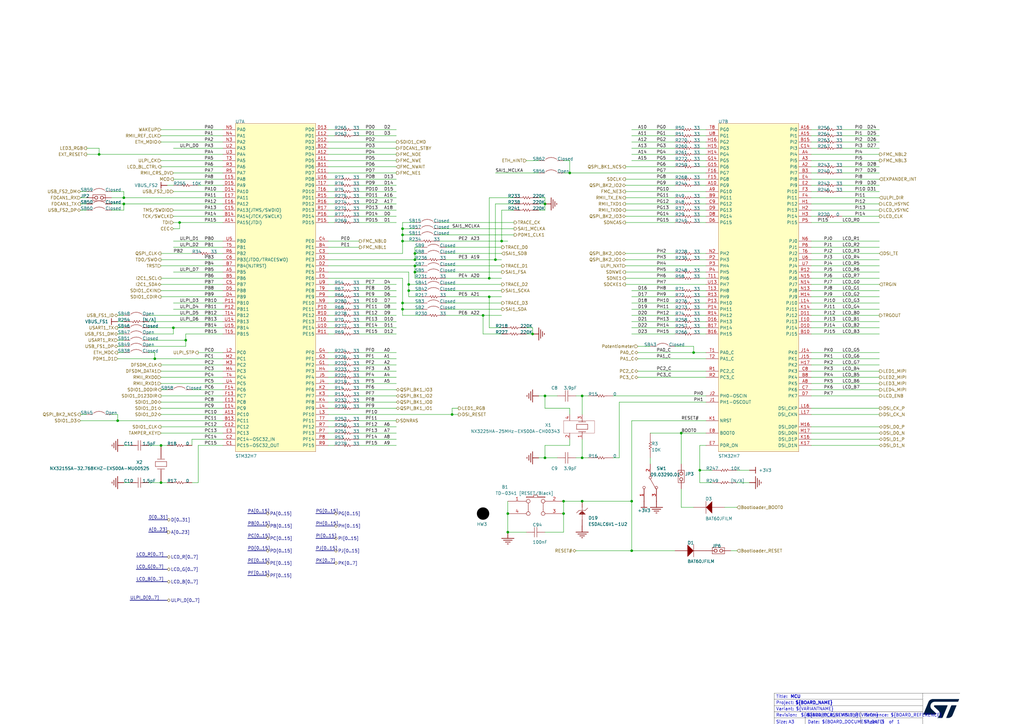
<source format=kicad_sch>
(kicad_sch (version 20250114) (generator "eeschema") (generator_version "9.0")
  (paper "A3")
  (title_block (title "MCU") (rev "E.2"))
  (text "of" (at 364.49 297.0022 0) (effects (font (size 1.27 1.27)) (justify left bottom)))
  (text "Title:" (at 318.262 286.5882 0) (effects (font (size 1.27 1.27)) (justify left bottom)))
  (text "Date:" (at 331.216 297.0022 0) (effects (font (size 1.27 1.27)) (justify left bottom)))
  (text "Variant:" (at 318.262 291.6682 0) (effects (font (size 1.27 1.27)) (justify left bottom)))
  (text "${BOARD_DOCUMENT_DATE}" (at 337.058 297.0022 0) (effects (font (size 1.27 1.27)) (justify left bottom)))
  (text "${BOARD_ASSEMBLY_REVISION}" (at 330.962 294.2082 0) (effects (font (size 1.27 1.27)) (justify left bottom)))
  (text "-" (at 330.2 294.2082 0) (effects (font (size 1.27 1.27)) (justify left bottom)))
  (text "${#}" (at 361.188 297.0022 0) (effects (font (size 1.27 1.27)) (justify left bottom)))
  (text "Revision:" (at 318.262 294.2082 0) (effects (font (size 1.27 1.27)) (justify left bottom)))
  (text "${##}" (at 367.792 297.0022 0) (effects (font (size 1.27 1.27)) (justify left bottom)))
  (text "Size:" (at 318.262 297.0022 0) (effects (font (size 1.27 1.27)) (justify left bottom)))
  (text "Sheet:" (at 354.33 297.0022 0) (effects (font (size 1.27 1.27)) (justify left bottom)))
  (text "${BOARD_PCB_REVISION}" (at 328.422 294.2082 0) (effects (font (size 1.27 1.27)) (justify left bottom)))
  (text "${BOARD_NAME}" (at 326.136 289.1282 0) (effects (font (size 1.27 1.27) (thickness 0.254) (bold yes)) (justify left bottom)))
  (text "${TITLE}" (at 324.104 286.5882 0) (effects (font (size 1.27 1.27) (thickness 0.254) (bold yes)) (justify left bottom)))
  (text "${BOARD_REFERENCE}" (at 365.252 294.2082 0) (effects (font (size 1.27 1.27)) (justify left bottom)))
  (text "Project:" (at 318.262 289.1282 0) (effects (font (size 1.27 1.27)) (justify left bottom)))
  (text "Reference:" (at 354.33 294.2082 0) (effects (font (size 1.27 1.27)) (justify left bottom)))
  (text "${VARIANTNAME}" (at 326.39 291.6682 0) (effects (font (size 1.27 1.27)) (justify left bottom)))
  (text "A3" (at 323.342 297.0022 0) (effects (font (size 1.27 1.27)) (justify left bottom)))
  (junction (at 165.1 98.8822))
  (junction (at 279.4 177.6222))
  (junction (at 170.18 109.0422))
  (junction (at 238.76 187.7822))
  (junction (at 231.14 205.5622))
  (junction (at 259.08 225.8822))
  (junction (at 63.5 147.1422))
  (junction (at 66.04 197.9422))
  (junction (at 50.8 81.1022))
  (junction (at 165.1 126.8222))
  (junction (at 185.42 170.0022))
  (junction (at 259.08 205.5622))
  (junction (at 170.18 103.9622))
  (junction (at 200.66 121.7422))
  (junction (at 40.64 63.3222))
  (junction (at 73.66 91.2622))
  (junction (at 50.8 83.6422))
  (junction (at 223.52 187.7822))
  (junction (at 223.52 83.6422))
  (junction (at 66.04 182.7022))
  (junction (at 165.1 93.8022))
  (junction (at 167.64 119.2022))
  (junction (at 76.2 139.5222))
  (junction (at 208.28 218.2622))
  (junction (at 170.18 106.5022))
  (junction (at 208.28 210.6422))
  (junction (at 200.66 114.1222))
  (junction (at 223.52 162.3822))
  (junction (at 205.74 98.8822))
  (junction (at 284.48 144.6022))
  (junction (at 287.02 192.8622))
  (junction (at 170.18 111.5822))
  (junction (at 165.1 96.3422))
  (junction (at 198.12 129.3622))
  (junction (at 238.76 205.5622))
  (junction (at 203.2 106.5022))
  (junction (at 231.14 210.6422))
  (junction (at 165.1 124.2822))
  (junction (at 71.12 134.4422))
  (junction (at 238.76 162.3822))
  (junction (at 233.68 70.9422))
  (junction (at 48.26 172.5422))
  (junction (at 218.44 136.9822))
  (junction (at 167.64 116.6622))
  (wire (pts (xy 162.56 78.5622) (xy 147.32 78.5622)))
  (wire (pts (xy 238.76 187.7822) (xy 236.22 187.7822)))
  (wire (pts (xy 289.56 182.7022) (xy 287.02 182.7022)))
  (wire (pts (xy 50.8 134.4422) (xy 48.26 134.4422)))
  (wire (pts (xy 134.62 114.1222) (xy 165.1 114.1222)))
  (wire (pts (xy 137.16 172.5422) (xy 134.62 172.5422)))
  (wire (pts (xy 289.56 147.1422) (xy 261.62 147.1422)))
  (wire (pts (xy 289.56 63.3222) (xy 287.02 63.3222)))
  (wire (pts (xy 332.74 162.3822) (xy 360.68 162.3822)))
  (wire (pts (xy 289.56 109.0422) (xy 256.54 109.0422)))
  (wire (pts (xy 91.44 162.3822) (xy 66.04 162.3822)))
  (wire (pts (xy 35.56 86.1822) (xy 33.02 86.1822)))
  (wire (pts (xy 200.66 114.1222) (xy 200.66 81.1022)))
  (wire (pts (xy 345.44 58.2422) (xy 360.68 58.2422)))
  (wire (pts (xy 332.74 83.6422) (xy 360.68 83.6422)))
  (wire (pts (xy 220.98 83.6422) (xy 223.52 83.6422)))
  (wire (pts (xy 223.52 182.7022) (xy 223.52 187.7822)))
  (wire (pts (xy 91.44 180.1622) (xy 78.74 180.1622)))
  (wire (pts (xy 233.68 65.8622) (xy 231.14 65.8622)))
  (wire (pts (xy 91.44 86.1822) (xy 71.12 86.1822)))
  (wire (pts (xy 289.56 53.1622) (xy 287.02 53.1622)))
  (wire (pts (xy 259.08 205.5622) (xy 259.08 225.8822)))
  (wire (pts (xy 289.56 78.5622) (xy 256.54 78.5622)))
  (wire (pts (xy 137.16 144.6022) (xy 134.62 144.6022)))
  (bus (pts (xy 109.22 236.0422) (xy 101.6 236.0422)) (stroke (width 0.254)))
  (wire (pts (xy 137.16 116.6622) (xy 134.62 116.6622)))
  (polyline (pts (xy 317.5 289.3822) (xy 378.46 289.3822)) (stroke (width 0.0254) (type solid) (color 0 0 0 1)))
  (wire (pts (xy 91.44 103.9622) (xy 88.9 103.9622)))
  (wire (pts (xy 71.12 136.9822) (xy 60.96 136.9822)))
  (wire (pts (xy 91.44 129.3622) (xy 60.96 129.3622)))
  (wire (pts (xy 162.56 81.1022) (xy 147.32 81.1022)))
  (wire (pts (xy 332.74 63.3222) (xy 360.68 63.3222)))
  (wire (pts (xy 332.74 60.7822) (xy 335.28 60.7822)))
  (wire (pts (xy 162.56 154.7622) (xy 147.32 154.7622)))
  (wire (pts (xy 289.56 65.8622) (xy 287.02 65.8622)))
  (wire (pts (xy 276.86 121.7422) (xy 259.08 121.7422)))
  (wire (pts (xy 162.56 86.1822) (xy 147.32 86.1822)))
  (polyline (pts (xy 317.5 294.4622) (xy 378.46 294.4622)) (stroke (width 0.0254) (type solid) (color 0 0 0 1)))
  (wire (pts (xy 162.56 88.7222) (xy 147.32 88.7222)))
  (wire (pts (xy 165.1 96.3422) (xy 165.1 93.8022)))
  (wire (pts (xy 276.86 88.7222) (xy 256.54 88.7222)))
  (wire (pts (xy 66.04 121.7422) (xy 91.44 121.7422)))
  (wire (pts (xy 71.12 124.2822) (xy 91.44 124.2822)))
  (wire (pts (xy 91.44 154.7622) (xy 66.04 154.7622)))
  (wire (pts (xy 332.74 159.8422) (xy 360.68 159.8422)))
  (wire (pts (xy 91.44 149.6822) (xy 66.04 149.6822)))
  (wire (pts (xy 137.16 83.6422) (xy 134.62 83.6422)))
  (wire (pts (xy 233.68 182.7022) (xy 223.52 182.7022)))
  (wire (pts (xy 167.64 111.5822) (xy 167.64 116.6622)))
  (wire (pts (xy 180.34 96.3422) (xy 210.82 96.3422)))
  (wire (pts (xy 162.56 63.3222) (xy 134.62 63.3222)))
  (wire (pts (xy 40.64 60.7822) (xy 35.56 60.7822)))
  (wire (pts (xy 289.56 144.6022) (xy 284.48 144.6022)))
  (wire (pts (xy 276.86 58.2422) (xy 259.08 58.2422)))
  (wire (pts (xy 81.28 182.7022) (xy 81.28 197.9422)))
  (wire (pts (xy 182.88 129.3622) (xy 198.12 129.3622)))
  (wire (pts (xy 332.74 76.0222) (xy 335.28 76.0222)))
  (wire (pts (xy 182.88 124.2822) (xy 205.74 124.2822)))
  (wire (pts (xy 292.1 192.8622) (xy 287.02 192.8622)))
  (wire (pts (xy 220.98 65.8622) (xy 215.9 65.8622)))
  (wire (pts (xy 35.56 81.1022) (xy 33.02 81.1022)))
  (wire (pts (xy 91.44 157.3022) (xy 66.04 157.3022)))
  (wire (pts (xy 284.48 142.0622) (xy 276.86 142.0622)))
  (wire (pts (xy 137.16 129.3622) (xy 134.62 129.3622)))
  (wire (pts (xy 170.18 114.1222) (xy 172.72 114.1222)))
  (wire (pts (xy 137.16 157.3022) (xy 134.62 157.3022)))
  (wire (pts (xy 162.56 167.4622) (xy 147.32 167.4622)))
  (wire (pts (xy 165.1 126.8222) (xy 165.1 129.3622)))
  (wire (pts (xy 91.44 91.2622) (xy 73.66 91.2622)))
  (wire (pts (xy 170.18 109.0422) (xy 170.18 111.5822)))
  (wire (pts (xy 137.16 180.1622) (xy 134.62 180.1622)))
  (wire (pts (xy 233.68 170.0022) (xy 233.68 167.4622)))
  (wire (pts (xy 360.68 136.9822) (xy 332.74 136.9822)))
  (wire (pts (xy 289.56 134.4422) (xy 287.02 134.4422)))
  (wire (pts (xy 276.86 76.0222) (xy 256.54 76.0222)))
  (wire (pts (xy 162.56 131.9022) (xy 147.32 131.9022)))
  (wire (pts (xy 208.28 205.5622) (xy 208.28 210.6422)))
  (wire (pts (xy 162.56 159.8422) (xy 147.32 159.8422)))
  (wire (pts (xy 91.44 73.4822) (xy 71.12 73.4822)))
  (wire (pts (xy 162.56 180.1622) (xy 147.32 180.1622)))
  (wire (pts (xy 91.44 98.8822) (xy 71.12 98.8822)))
  (wire (pts (xy 289.56 119.2022) (xy 287.02 119.2022)))
  (wire (pts (xy 180.34 98.8822) (xy 205.74 98.8822)))
  (wire (pts (xy 287.02 182.7022) (xy 287.02 192.8622)))
  (wire (pts (xy 162.56 119.2022) (xy 147.32 119.2022)))
  (wire (pts (xy 332.74 180.1622) (xy 360.68 180.1622)))
  (wire (pts (xy 276.86 103.9622) (xy 256.54 103.9622)))
  (wire (pts (xy 332.74 53.1622) (xy 335.28 53.1622)))
  (polyline (pts (xy 378.46 286.8422) (xy 317.5 286.8422)) (stroke (width 0.0254) (type solid) (color 0 0 0 1)))
  (wire (pts (xy 223.52 218.2622) (xy 231.14 218.2622)))
  (polyline (pts (xy 378.46 284.3022) (xy 378.46 297.0022)) (stroke (width 0.0254) (type solid) (color 0 0 0 1)))
  (wire (pts (xy 289.56 121.7422) (xy 287.02 121.7422)))
  (wire (pts (xy 162.56 68.4022) (xy 134.62 68.4022)))
  (wire (pts (xy 233.68 70.9422) (xy 231.14 70.9422)))
  (wire (pts (xy 198.12 136.9822) (xy 198.12 129.3622)))
  (wire (pts (xy 137.16 182.7022) (xy 134.62 182.7022)))
  (wire (pts (xy 137.16 86.1822) (xy 134.62 86.1822)))
  (wire (pts (xy 137.16 159.8422) (xy 134.62 159.8422)))
  (wire (pts (xy 182.88 106.5022) (xy 203.2 106.5022)))
  (wire (pts (xy 76.2 136.9822) (xy 76.2 139.5222)))
  (wire (pts (xy 185.42 170.0022) (xy 185.42 167.4622)))
  (wire (pts (xy 345.44 78.5622) (xy 360.68 78.5622)))
  (wire (pts (xy 231.14 205.5622) (xy 238.76 205.5622)))
  (wire (pts (xy 289.56 81.1022) (xy 287.02 81.1022)))
  (wire (pts (xy 137.16 91.2622) (xy 134.62 91.2622)))
  (wire (pts (xy 170.18 96.3422) (xy 165.1 96.3422)))
  (wire (pts (xy 307.34 197.9422) (xy 302.26 197.9422)))
  (wire (pts (xy 289.56 111.5822) (xy 287.02 111.5822)))
  (polyline (pts (xy 317.5 291.9222) (xy 378.46 291.9222)) (stroke (width 0.0254) (type solid) (color 0 0 0 1)))
  (wire (pts (xy 276.86 73.4822) (xy 256.54 73.4822)))
  (wire (pts (xy 254 187.7822) (xy 251.46 187.7822)))
  (wire (pts (xy 284.48 144.6022) (xy 261.62 144.6022)))
  (wire (pts (xy 259.08 205.5622) (xy 259.08 172.5422)))
  (wire (pts (xy 218.44 134.4422) (xy 215.9 134.4422)))
  (wire (pts (xy 360.68 144.6022) (xy 332.74 144.6022)))
  (wire (pts (xy 276.86 68.4022) (xy 256.54 68.4022)))
  (wire (pts (xy 137.16 55.7022) (xy 134.62 55.7022)))
  (wire (pts (xy 162.56 126.8222) (xy 147.32 126.8222)))
  (wire (pts (xy 50.8 81.1022) (xy 45.72 81.1022)))
  (wire (pts (xy 91.44 152.2222) (xy 66.04 152.2222)))
  (wire (pts (xy 360.68 81.1022) (xy 332.74 81.1022)))
  (wire (pts (xy 50.8 139.5222) (xy 48.26 139.5222)))
  (wire (pts (xy 223.52 187.7822) (xy 220.98 187.7822)))
  (wire (pts (xy 287.02 197.9422) (xy 292.1 197.9422)))
  (wire (pts (xy 180.34 91.2622) (xy 210.82 91.2622)))
  (wire (pts (xy 162.56 144.6022) (xy 147.32 144.6022)))
  (wire (pts (xy 210.82 93.8022) (xy 180.34 93.8022)))
  (wire (pts (xy 73.66 93.8022) (xy 71.12 93.8022)))
  (wire (pts (xy 137.16 119.2022) (xy 134.62 119.2022)))
  (wire (pts (xy 182.88 121.7422) (xy 200.66 121.7422)))
  (wire (pts (xy 91.44 182.7022) (xy 81.28 182.7022)))
  (wire (pts (xy 182.88 114.1222) (xy 200.66 114.1222)))
  (wire (pts (xy 345.44 55.7022) (xy 360.68 55.7022)))
  (wire (pts (xy 48.26 170.0022) (xy 45.72 170.0022)))
  (wire (pts (xy 91.44 58.2422) (xy 66.04 58.2422)))
  (wire (pts (xy 165.1 103.9622) (xy 165.1 98.8822)))
  (wire (pts (xy 187.96 170.0022) (xy 185.42 170.0022)))
  (wire (pts (xy 360.68 119.2022) (xy 332.74 119.2022)))
  (wire (pts (xy 276.86 134.4422) (xy 259.08 134.4422)))
  (wire (pts (xy 276.86 111.5822) (xy 256.54 111.5822)))
  (wire (pts (xy 289.56 164.9222) (xy 254 164.9222)))
  (wire (pts (xy 185.42 167.4622) (xy 187.96 167.4622)))
  (wire (pts (xy 360.68 88.7222) (xy 345.44 88.7222)))
  (wire (pts (xy 76.2 139.5222) (xy 76.2 142.0622)))
  (wire (pts (xy 162.56 177.6222) (xy 147.32 177.6222)))
  (wire (pts (xy 137.16 81.1022) (xy 134.62 81.1022)))
  (wire (pts (xy 170.18 111.5822) (xy 170.18 114.1222)))
  (bus (pts (xy 137.16 230.9622) (xy 129.54 230.9622)) (stroke (width 0.254)))
  (wire (pts (xy 360.68 124.2822) (xy 332.74 124.2822)))
  (wire (pts (xy 182.88 101.4222) (xy 205.74 101.4222)))
  (wire (pts (xy 91.44 101.4222) (xy 71.12 101.4222)))
  (wire (pts (xy 276.86 126.8222) (xy 259.08 126.8222)))
  (wire (pts (xy 238.76 180.1622) (xy 238.76 187.7822)))
  (wire (pts (xy 223.52 83.6422) (xy 223.52 86.1822)))
  (wire (pts (xy 208.28 218.2622) (xy 215.9 218.2622)))
  (wire (pts (xy 185.42 170.0022) (xy 134.62 170.0022)))
  (bus (pts (xy 109.22 230.9622) (xy 101.6 230.9622)) (stroke (width 0.254)))
  (wire (pts (xy 360.68 106.5022) (xy 332.74 106.5022)))
  (wire (pts (xy 289.56 124.2822) (xy 287.02 124.2822)))
  (wire (pts (xy 91.44 159.8422) (xy 78.74 159.8422)))
  (wire (pts (xy 289.56 60.7822) (xy 287.02 60.7822)))
  (wire (pts (xy 91.44 53.1622) (xy 66.04 53.1622)))
  (wire (pts (xy 233.68 167.4622) (xy 223.52 167.4622)))
  (wire (pts (xy 167.64 116.6622) (xy 167.64 119.2022)))
  (polyline (pts (xy 317.5 284.3022) (xy 317.5 297.0022)) (stroke (width 0.0254) (type solid) (color 0 0 0 1)))
  (wire (pts (xy 276.86 60.7822) (xy 259.08 60.7822)))
  (wire (pts (xy 91.44 136.9822) (xy 76.2 136.9822)))
  (wire (pts (xy 162.56 116.6622) (xy 147.32 116.6622)))
  (wire (pts (xy 162.56 157.3022) (xy 147.32 157.3022)))
  (wire (pts (xy 81.28 197.9422) (xy 78.74 197.9422)))
  (bus (pts (xy 137.16 215.7222) (xy 129.54 215.7222)) (stroke (width 0.254)))
  (wire (pts (xy 360.68 126.8222) (xy 332.74 126.8222)))
  (wire (pts (xy 137.16 152.2222) (xy 134.62 152.2222)))
  (wire (pts (xy 172.72 119.2022) (xy 167.64 119.2022)))
  (wire (pts (xy 60.96 131.9022) (xy 91.44 131.9022)))
  (wire (pts (xy 71.12 134.4422) (xy 60.96 134.4422)))
  (wire (pts (xy 167.64 119.2022) (xy 167.64 121.7422)))
  (wire (pts (xy 76.2 139.5222) (xy 60.96 139.5222)))
  (wire (pts (xy 203.2 83.6422) (xy 210.82 83.6422)))
  (wire (pts (xy 332.74 58.2422) (xy 335.28 58.2422)))
  (wire (pts (xy 289.56 58.2422) (xy 287.02 58.2422)))
  (wire (pts (xy 276.86 124.2822) (xy 259.08 124.2822)))
  (wire (pts (xy 91.44 70.9422) (xy 71.12 70.9422)))
  (wire (pts (xy 360.68 134.4422) (xy 332.74 134.4422)))
  (bus (pts (xy 68.58 246.2022) (xy 53.34 246.2022)) (stroke (width 0.254)))
  (wire (pts (xy 289.56 126.8222) (xy 287.02 126.8222)))
  (wire (pts (xy 289.56 55.7022) (xy 287.02 55.7022)))
  (wire (pts (xy 332.74 73.4822) (xy 360.68 73.4822)))
  (wire (pts (xy 71.12 134.4422) (xy 71.12 136.9822)))
  (wire (pts (xy 238.76 162.3822) (xy 236.22 162.3822)))
  (wire (pts (xy 137.16 134.4422) (xy 134.62 134.4422)))
  (wire (pts (xy 134.62 109.0422) (xy 170.18 109.0422)))
  (wire (pts (xy 266.7 187.7822) (xy 266.7 190.3222)))
  (wire (pts (xy 73.66 91.2622) (xy 71.12 91.2622)))
  (wire (pts (xy 170.18 103.9622) (xy 170.18 106.5022)))
  (wire (pts (xy 360.68 101.4222) (xy 332.74 101.4222)))
  (wire (pts (xy 205.74 86.1822) (xy 210.82 86.1822)))
  (wire (pts (xy 289.56 131.9022) (xy 287.02 131.9022)))
  (wire (pts (xy 35.56 78.5622) (xy 33.02 78.5622)))
  (wire (pts (xy 360.68 121.7422) (xy 332.74 121.7422)))
  (wire (pts (xy 137.16 124.2822) (xy 134.62 124.2822)))
  (wire (pts (xy 223.52 86.1822) (xy 220.98 86.1822)))
  (wire (pts (xy 289.56 91.2622) (xy 287.02 91.2622)))
  (wire (pts (xy 170.18 98.8822) (xy 165.1 98.8822)))
  (wire (pts (xy 78.74 180.1622) (xy 78.74 182.7022)))
  (wire (pts (xy 137.16 78.5622) (xy 134.62 78.5622)))
  (wire (pts (xy 91.44 111.5822) (xy 71.12 111.5822)))
  (wire (pts (xy 162.56 162.3822) (xy 147.32 162.3822)))
  (wire (pts (xy 66.04 119.2022) (xy 91.44 119.2022)))
  (wire (pts (xy 91.44 147.1422) (xy 63.5 147.1422)))
  (wire (pts (xy 332.74 175.0822) (xy 360.68 175.0822)))
  (wire (pts (xy 223.52 83.6422) (xy 223.52 81.1022)))
  (bus (pts (xy 68.58 238.5822) (xy 55.88 238.5822)) (stroke (width 0.254)))
  (wire (pts (xy 200.66 114.1222) (xy 205.74 114.1222)))
  (wire (pts (xy 182.88 126.8222) (xy 205.74 126.8222)))
  (wire (pts (xy 172.72 111.5822) (xy 170.18 111.5822)))
  (wire (pts (xy 134.62 111.5822) (xy 167.64 111.5822)))
  (wire (pts (xy 289.56 86.1822) (xy 287.02 86.1822)))
  (wire (pts (xy 60.96 144.6022) (xy 63.5 144.6022)))
  (wire (pts (xy 71.12 76.0222) (xy 68.58 76.0222)))
  (wire (pts (xy 91.44 60.7822) (xy 71.12 60.7822)))
  (wire (pts (xy 279.4 208.1022) (xy 284.48 208.1022)))
  (wire (pts (xy 71.12 78.5622) (xy 91.44 78.5622)))
  (wire (pts (xy 137.16 136.9822) (xy 134.62 136.9822)))
  (wire (pts (xy 182.88 116.6622) (xy 205.74 116.6622)))
  (wire (pts (xy 182.88 111.5822) (xy 205.74 111.5822)))
  (wire (pts (xy 50.8 131.9022) (xy 48.26 131.9022)))
  (wire (pts (xy 162.56 91.2622) (xy 147.32 91.2622)))
  (wire (pts (xy 137.16 147.1422) (xy 134.62 147.1422)))
  (wire (pts (xy 170.18 106.5022) (xy 134.62 106.5022)))
  (wire (pts (xy 276.86 53.1622) (xy 259.08 53.1622)))
  (wire (pts (xy 40.64 63.3222) (xy 40.64 60.7822)))
  (wire (pts (xy 162.56 164.9222) (xy 147.32 164.9222)))
  (wire (pts (xy 165.1 126.8222) (xy 172.72 126.8222)))
  (wire (pts (xy 147.32 101.4222) (xy 134.62 101.4222)))
  (wire (pts (xy 279.4 200.4822) (xy 279.4 208.1022)))
  (wire (pts (xy 332.74 152.2222) (xy 360.68 152.2222)))
  (wire (pts (xy 162.56 172.5422) (xy 147.32 172.5422)))
  (wire (pts (xy 205.74 136.9822) (xy 198.12 136.9822)))
  (wire (pts (xy 170.18 109.0422) (xy 172.72 109.0422)))
  (wire (pts (xy 35.56 170.0022) (xy 33.02 170.0022)))
  (wire (pts (xy 172.72 101.4222) (xy 170.18 101.4222)))
  (wire (pts (xy 162.56 149.6822) (xy 147.32 149.6822)))
  (wire (pts (xy 50.8 83.6422) (xy 45.72 83.6422)))
  (wire (pts (xy 66.04 182.7022) (xy 60.96 182.7022)))
  (wire (pts (xy 289.56 103.9622) (xy 287.02 103.9622)))
  (wire (pts (xy 332.74 167.4622) (xy 360.68 167.4622)))
  (wire (pts (xy 360.68 114.1222) (xy 332.74 114.1222)))
  (wire (pts (xy 289.56 154.7622) (xy 261.62 154.7622)))
  (wire (pts (xy 345.44 53.1622) (xy 360.68 53.1622)))
  (wire (pts (xy 81.28 76.0222) (xy 91.44 76.0222)))
  (wire (pts (xy 228.6 162.3822) (xy 223.52 162.3822)))
  (wire (pts (xy 50.8 129.3622) (xy 48.26 129.3622)))
  (wire (pts (xy 167.64 121.7422) (xy 172.72 121.7422)))
  (wire (pts (xy 50.8 83.6422) (xy 50.8 86.1822)))
  (wire (pts (xy 91.44 106.5022) (xy 66.04 106.5022)))
  (wire (pts (xy 162.56 121.7422) (xy 147.32 121.7422)))
  (wire (pts (xy 162.56 70.9422) (xy 134.62 70.9422)))
  (wire (pts (xy 238.76 170.0022) (xy 238.76 162.3822)))
  (wire (pts (xy 137.16 154.7622) (xy 134.62 154.7622)))
  (wire (pts (xy 279.4 177.6222) (xy 279.4 190.3222)))
  (wire (pts (xy 276.86 131.9022) (xy 259.08 131.9022)))
  (wire (pts (xy 63.5 144.6022) (xy 63.5 147.1422)))
  (wire (pts (xy 162.56 182.7022) (xy 147.32 182.7022)))
  (wire (pts (xy 35.56 83.6422) (xy 33.02 83.6422)))
  (wire (pts (xy 289.56 88.7222) (xy 287.02 88.7222)))
  (wire (pts (xy 137.16 177.6222) (xy 134.62 177.6222)))
  (wire (pts (xy 165.1 98.8822) (xy 165.1 96.3422)))
  (wire (pts (xy 63.5 147.1422) (xy 48.26 147.1422)))
  (wire (pts (xy 91.44 144.6022) (xy 81.28 144.6022)))
  (wire (pts (xy 162.56 134.4422) (xy 147.32 134.4422)))
  (wire (pts (xy 162.56 175.0822) (xy 147.32 175.0822)))
  (bus (pts (xy 68.58 213.1822) (xy 60.96 213.1822)) (stroke (width 0.254)))
  (wire (pts (xy 223.52 162.3822) (xy 220.98 162.3822)))
  (wire (pts (xy 345.44 70.9422) (xy 360.68 70.9422)))
  (wire (pts (xy 276.86 106.5022) (xy 256.54 106.5022)))
  (wire (pts (xy 289.56 177.6222) (xy 279.4 177.6222)))
  (wire (pts (xy 360.68 111.5822) (xy 332.74 111.5822)))
  (wire (pts (xy 137.16 149.6822) (xy 134.62 149.6822)))
  (wire (pts (xy 276.86 119.2022) (xy 259.08 119.2022)))
  (wire (pts (xy 170.18 101.4222) (xy 170.18 103.9622)))
  (wire (pts (xy 223.52 167.4622) (xy 223.52 162.3822)))
  (wire (pts (xy 215.9 136.9822) (xy 218.44 136.9822)))
  (bus (pts (xy 109.22 210.6422) (xy 101.6 210.6422)) (stroke (width 0.254)))
  (wire (pts (xy 91.44 88.7222) (xy 71.12 88.7222)))
  (wire (pts (xy 332.74 91.2622) (xy 360.68 91.2622)))
  (wire (pts (xy 289.56 136.9822) (xy 287.02 136.9822)))
  (wire (pts (xy 165.1 93.8022) (xy 165.1 91.2622)))
  (wire (pts (xy 360.68 129.3622) (xy 332.74 129.3622)))
  (wire (pts (xy 238.76 187.7822) (xy 241.3 187.7822)))
  (bus (pts (xy 137.16 210.6422) (xy 129.54 210.6422)) (stroke (width 0.254)))
  (wire (pts (xy 162.56 73.4822) (xy 147.32 73.4822)))
  (wire (pts (xy 137.16 76.0222) (xy 134.62 76.0222)))
  (wire (pts (xy 266.7 142.0622) (xy 261.62 142.0622)))
  (wire (pts (xy 165.1 124.2822) (xy 165.1 126.8222)))
  (wire (pts (xy 50.8 86.1822) (xy 45.72 86.1822)))
  (wire (pts (xy 91.44 81.1022) (xy 50.8 81.1022)))
  (wire (pts (xy 91.44 68.4022) (xy 66.04 68.4022)))
  (wire (pts (xy 332.74 154.7622) (xy 360.68 154.7622)))
  (bus (pts (xy 137.16 225.8822) (xy 129.54 225.8822)) (stroke (width 0.254)))
  (wire (pts (xy 200.66 81.1022) (xy 210.82 81.1022)))
  (wire (pts (xy 91.44 83.6422) (xy 50.8 83.6422)))
  (wire (pts (xy 91.44 167.4622) (xy 66.04 167.4622)))
  (wire (pts (xy 231.14 218.2622) (xy 231.14 210.6422)))
  (wire (pts (xy 345.44 76.0222) (xy 360.68 76.0222)))
  (bus (pts (xy 68.58 228.4222) (xy 55.88 228.4222)) (stroke (width 0.254)))
  (wire (pts (xy 360.68 103.9622) (xy 332.74 103.9622)))
  (wire (pts (xy 50.8 78.5622) (xy 45.72 78.5622)))
  (wire (pts (xy 137.16 126.8222) (xy 134.62 126.8222)))
  (wire (pts (xy 66.04 116.6622) (xy 91.44 116.6622)))
  (wire (pts (xy 165.1 114.1222) (xy 165.1 124.2822)))
  (wire (pts (xy 289.56 76.0222) (xy 287.02 76.0222)))
  (wire (pts (xy 332.74 70.9422) (xy 335.28 70.9422)))
  (wire (pts (xy 137.16 167.4622) (xy 134.62 167.4622)))
  (bus (pts (xy 68.58 233.5022) (xy 55.88 233.5022)) (stroke (width 0.254)))
  (wire (pts (xy 162.56 60.7822) (xy 134.62 60.7822)))
  (wire (pts (xy 162.56 65.8622) (xy 134.62 65.8622)))
  (wire (pts (xy 50.8 81.1022) (xy 50.8 78.5622)))
  (wire (pts (xy 276.86 81.1022) (xy 256.54 81.1022)))
  (wire (pts (xy 259.08 172.5422) (xy 289.56 172.5422)))
  (wire (pts (xy 91.44 134.4422) (xy 71.12 134.4422)))
  (wire (pts (xy 360.68 109.0422) (xy 332.74 109.0422)))
  (wire (pts (xy 332.74 170.0022) (xy 360.68 170.0022)))
  (wire (pts (xy 71.12 126.8222) (xy 91.44 126.8222)))
  (wire (pts (xy 289.56 70.9422) (xy 233.68 70.9422)))
  (bus (pts (xy 137.16 220.8022) (xy 129.54 220.8022)) (stroke (width 0.254)))
  (wire (pts (xy 332.74 88.7222) (xy 335.28 88.7222)))
  (wire (pts (xy 332.74 55.7022) (xy 335.28 55.7022)))
  (wire (pts (xy 162.56 124.2822) (xy 147.32 124.2822)))
  (wire (pts (xy 276.86 114.1222) (xy 256.54 114.1222)))
  (bus (pts (xy 109.22 215.7222) (xy 101.6 215.7222)) (stroke (width 0.254)))
  (wire (pts (xy 48.26 172.5422) (xy 48.26 170.0022)))
  (wire (pts (xy 162.56 152.2222) (xy 147.32 152.2222)))
  (wire (pts (xy 162.56 83.6422) (xy 147.32 83.6422)))
  (wire (pts (xy 220.98 70.9422) (xy 203.2 70.9422)))
  (wire (pts (xy 147.32 98.8822) (xy 134.62 98.8822)))
  (wire (pts (xy 228.6 187.7822) (xy 223.52 187.7822)))
  (polyline (pts (xy 330.2 294.4622) (xy 330.2 297.0022)) (stroke (width 0.0254) (type solid) (color 0 0 0 1)))
  (wire (pts (xy 182.88 119.2022) (xy 205.74 119.2022)))
  (wire (pts (xy 73.66 91.2622) (xy 73.66 93.8022)))
  (wire (pts (xy 172.72 106.5022) (xy 170.18 106.5022)))
  (wire (pts (xy 137.16 53.1622) (xy 134.62 53.1622)))
  (wire (pts (xy 276.86 63.3222) (xy 259.08 63.3222)))
  (wire (pts (xy 276.86 91.2622) (xy 256.54 91.2622)))
  (wire (pts (xy 78.74 103.9622) (xy 66.04 103.9622)))
  (wire (pts (xy 360.68 147.1422) (xy 332.74 147.1422)))
  (wire (pts (xy 200.66 134.4422) (xy 200.66 121.7422)))
  (wire (pts (xy 276.86 65.8622) (xy 259.08 65.8622)))
  (wire (pts (xy 76.2 142.0622) (xy 60.96 142.0622)))
  (wire (pts (xy 50.8 136.9822) (xy 48.26 136.9822)))
  (wire (pts (xy 276.86 225.8822) (xy 259.08 225.8822)))
  (wire (pts (xy 332.74 182.7022) (xy 360.68 182.7022)))
  (wire (pts (xy 137.16 131.9022) (xy 134.62 131.9022)))
  (wire (pts (xy 332.74 157.3022) (xy 360.68 157.3022)))
  (wire (pts (xy 205.74 98.8822) (xy 205.74 86.1822)))
  (wire (pts (xy 251.46 162.3822) (xy 289.56 162.3822)))
  (wire (pts (xy 302.26 192.8622) (xy 307.34 192.8622)))
  (wire (pts (xy 360.68 131.9022) (xy 332.74 131.9022)))
  (wire (pts (xy 289.56 106.5022) (xy 287.02 106.5022)))
  (wire (pts (xy 332.74 86.1822) (xy 360.68 86.1822)))
  (wire (pts (xy 200.66 121.7422) (xy 205.74 121.7422)))
  (wire (pts (xy 68.58 159.8422) (xy 66.04 159.8422)))
  (wire (pts (xy 360.68 116.6622) (xy 332.74 116.6622)))
  (wire (pts (xy 137.16 121.7422) (xy 134.62 121.7422)))
  (wire (pts (xy 360.68 98.8822) (xy 332.74 98.8822)))
  (polyline (pts (xy 393.7 284.3022) (xy 317.5 284.3022)) (stroke (width 0.0254) (type solid) (color 0 0 0 1)))
  (wire (pts (xy 182.88 109.0422) (xy 205.74 109.0422)))
  (wire (pts (xy 40.64 63.3222) (xy 35.56 63.3222)))
  (wire (pts (xy 223.52 81.1022) (xy 220.98 81.1022)))
  (wire (pts (xy 162.56 136.9822) (xy 147.32 136.9822)))
  (wire (pts (xy 231.14 210.6422) (xy 231.14 205.5622)))
  (wire (pts (xy 91.44 63.3222) (xy 40.64 63.3222)))
  (wire (pts (xy 287.02 192.8622) (xy 287.02 197.9422)))
  (polyline (pts (xy 353.06 291.9222) (xy 353.06 297.0022)) (stroke (width 0.0254) (type solid) (color 0 0 0 1)))
  (wire (pts (xy 91.44 65.8622) (xy 66.04 65.8622)))
  (wire (pts (xy 91.44 172.5422) (xy 48.26 172.5422)))
  (wire (pts (xy 53.34 197.9422) (xy 50.8 197.9422)))
  (wire (pts (xy 238.76 205.5622) (xy 259.08 205.5622)))
  (wire (pts (xy 50.8 144.6022) (xy 48.26 144.6022)))
  (wire (pts (xy 162.56 55.7022) (xy 147.32 55.7022)))
  (wire (pts (xy 238.76 162.3822) (xy 241.3 162.3822)))
  (wire (pts (xy 289.56 68.4022) (xy 287.02 68.4022)))
  (wire (pts (xy 162.56 129.3622) (xy 147.32 129.3622)))
  (wire (pts (xy 345.44 60.7822) (xy 360.68 60.7822)))
  (wire (pts (xy 137.16 164.9222) (xy 134.62 164.9222)))
  (wire (pts (xy 172.72 103.9622) (xy 170.18 103.9622)))
  (wire (pts (xy 254 164.9222) (xy 254 187.7822)))
  (bus (pts (xy 68.58 218.2622) (xy 60.96 218.2622)) (stroke (width 0.254)))
  (wire (pts (xy 276.86 129.3622) (xy 259.08 129.3622)))
  (wire (pts (xy 137.16 73.4822) (xy 134.62 73.4822)))
  (wire (pts (xy 289.56 83.6422) (xy 287.02 83.6422)))
  (wire (pts (xy 259.08 225.8822) (xy 236.22 225.8822)))
  (wire (pts (xy 66.04 114.1222) (xy 91.44 114.1222)))
  (wire (pts (xy 276.86 55.7022) (xy 259.08 55.7022)))
  (wire (pts (xy 332.74 177.6222) (xy 360.68 177.6222)))
  (bus (pts (xy 109.22 220.8022) (xy 101.6 220.8022)) (stroke (width 0.254)))
  (wire (pts (xy 203.2 106.5022) (xy 205.74 106.5022)))
  (wire (pts (xy 360.68 149.6822) (xy 332.74 149.6822)))
  (wire (pts (xy 137.16 162.3822) (xy 134.62 162.3822)))
  (wire (pts (xy 162.56 147.1422) (xy 147.32 147.1422)))
  (wire (pts (xy 50.8 142.0622) (xy 48.26 142.0622)))
  (wire (pts (xy 276.86 136.9822) (xy 259.08 136.9822)))
  (wire (pts (xy 165.1 91.2622) (xy 170.18 91.2622)))
  (wire (pts (xy 297.18 208.1022) (xy 302.26 208.1022)))
  (wire (pts (xy 91.44 175.0822) (xy 66.04 175.0822)))
  (wire (pts (xy 332.74 68.4022) (xy 335.28 68.4022)))
  (wire (pts (xy 162.56 53.1622) (xy 147.32 53.1622)))
  (wire (pts (xy 172.72 116.6622) (xy 167.64 116.6622)))
  (wire (pts (xy 162.56 76.0222) (xy 147.32 76.0222)))
  (wire (pts (xy 170.18 93.8022) (xy 165.1 93.8022)))
  (wire (pts (xy 289.56 152.2222) (xy 261.62 152.2222)))
  (wire (pts (xy 68.58 197.9422) (xy 66.04 197.9422)))
  (wire (pts (xy 91.44 55.7022) (xy 66.04 55.7022)))
  (wire (pts (xy 137.16 88.7222) (xy 134.62 88.7222)))
  (wire (pts (xy 91.44 164.9222) (xy 66.04 164.9222)))
  (wire (pts (xy 289.56 116.6622) (xy 256.54 116.6622)))
  (wire (pts (xy 66.04 197.9422) (xy 60.96 197.9422)))
  (wire (pts (xy 218.44 136.9822) (xy 218.44 134.4422)))
  (wire (pts (xy 134.62 103.9622) (xy 165.1 103.9622)))
  (wire (pts (xy 205.74 134.4422) (xy 200.66 134.4422)))
  (wire (pts (xy 48.26 172.5422) (xy 33.02 172.5422)))
  (wire (pts (xy 137.16 175.0822) (xy 134.62 175.0822)))
  (wire (pts (xy 345.44 68.4022) (xy 360.68 68.4022)))
  (wire (pts (xy 335.28 78.5622) (xy 332.74 78.5622)))
  (wire (pts (xy 289.56 73.4822) (xy 287.02 73.4822)))
  (wire (pts (xy 289.56 129.3622) (xy 287.02 129.3622)))
  (wire (pts (xy 165.1 129.3622) (xy 172.72 129.3622)))
  (wire (pts (xy 289.56 114.1222) (xy 287.02 114.1222)))
  (wire (pts (xy 284.48 144.6022) (xy 284.48 142.0622)))
  (wire (pts (xy 276.86 86.1822) (xy 256.54 86.1822)))
  (wire (pts (xy 165.1 124.2822) (xy 172.72 124.2822)))
  (wire (pts (xy 205.74 98.8822) (xy 208.28 98.8822)))
  (wire (pts (xy 53.34 182.7022) (xy 50.8 182.7022)))
  (wire (pts (xy 279.4 177.6222) (xy 266.7 177.6222)))
  (wire (pts (xy 198.12 129.3622) (xy 205.74 129.3622)))
  (wire (pts (xy 208.28 210.6422) (xy 208.28 218.2622)))
  (wire (pts (xy 332.74 65.8622) (xy 360.68 65.8622)))
  (wire (pts (xy 302.26 225.8822) (xy 299.72 225.8822)))
  (wire (pts (xy 182.88 103.9622) (xy 205.74 103.9622)))
  (wire (pts (xy 66.04 109.0422) (xy 91.44 109.0422)))
  (wire (pts (xy 68.58 182.7022) (xy 66.04 182.7022)))
  (wire (pts (xy 233.68 180.1622) (xy 233.68 182.7022)))
  (wire (pts (xy 233.68 70.9422) (xy 233.68 65.8622)))
  (bus (pts (xy 109.22 225.8822) (xy 101.6 225.8822)) (stroke (width 0.254)))
  (wire (pts (xy 91.44 170.0022) (xy 66.04 170.0022)))
  (wire (pts (xy 203.2 106.5022) (xy 203.2 83.6422)))
  (wire (pts (xy 276.86 83.6422) (xy 256.54 83.6422)))
  (wire (pts (xy 91.44 177.6222) (xy 66.04 177.6222)))
  (wire (pts (xy 162.56 58.2422) (xy 134.62 58.2422)))
  (image (at 386.042 290.6347) (scale 0.173094))
  (label "LCD_B6" (at 345.44 157.3022 0))
  (label "ULPI_D5" (at 73.66 129.3622 0))
  (label "PH2" (at 269.24 103.9622 0))
  (label "D5" (at 157.48 119.2022 0))
  (label "D7" (at 157.48 124.2822 0))
  (label "LCD_B0" (at 345.44 129.3622 0))
  (label "A17" (at 157.48 83.6422 0))
  (label "PG3" (at 269.24 60.7822 0))
  (label "PF13" (at 149.86 177.6222 0))
  (label "A21" (at 193.04 121.7422 0))
  (label "A13" (at 261.62 60.7822 0))
  (label "D6" (at 157.48 121.7422 0))
  (label "LCD_R0" (at 345.44 91.2622 0))
  (label "PC15" (at 83.82 182.7022 0))
  (label "PK5" (at 337.82 157.3022 0))
  (label "LCD_B7" (at 345.44 159.8422 0))
  (label "PD13" (at 149.86 86.1822 0))
  (label "PJ12" (at 337.82 129.3622 0))
  (label "PE14" (at 149.86 134.4422 0))
  (label "PB2" (at 71.12 103.9622 0))
  (label "PJ4" (at 337.82 109.0422 0))
  (label "LCD_R4" (at 345.44 106.5022 0))
  (label "D24" (at 355.6 53.1622 0))
  (label "PK2" (at 337.82 149.6822 0))
  (label "PI3" (at 350.52 60.7822 0))
  (label "PA7" (at 83.82 70.9422 0))
  (label "LCD_B5" (at 345.44 154.7622 0))
  (label "D0" (at 157.48 88.7222 0))
  (label "D20" (at 261.62 129.3622 0))
  (label "D25" (at 355.6 55.7022 0))
  (label "PI2" (at 350.52 58.2422 0))
  (label "PC1" (at 83.82 147.1422 0))
  (label "PC10" (at 83.82 170.0022 0))
  (label "PI12" (at 350.52 83.6422 0))
  (label "PJ2" (at 337.82 103.9622 0))
  (label "LCD_G5" (at 345.44 144.6022 0))
  (label "LCD_G7" (at 345.44 149.6822 0))
  (label "PD15" (at 149.86 91.2622 0))
  (label "PA5" (at 83.82 65.8622 0))
  (label "LCD_R2" (at 345.44 101.4222 0))
  (label "D19" (at 261.62 126.8222 0))
  (label "PD[0..15]" (at 101.6 225.8822 0))
  (label "PB5" (at 83.82 111.5822 0))
  (label "PE15" (at 149.86 136.9822 0))
  (label "LCD_R6" (at 345.44 111.5822 0))
  (label "LCD_G6" (at 345.44 147.1422 0))
  (label "A5" (at 157.48 157.3022 0))
  (label "A7" (at 157.48 177.6222 0))
  (label "LCD_R1" (at 345.44 98.8822 0))
  (label "D17" (at 261.62 121.7422 0))
  (label "D29" (at 355.6 70.9422 0))
  (label "PK7" (at 337.82 162.3822 0))
  (label "PB7" (at 83.82 116.6622 0))
  (label "PA15" (at 83.82 91.2622 0))
  (label "D22" (at 261.62 134.4422 0))
  (label "PG10" (at 269.24 78.5622 0))
  (label "PJ[0..15]" (at 129.54 225.8822 0))
  (label "PE3" (at 187.96 106.5022 0))
  (label "LCD_R5" (at 345.44 109.0422 0))
  (label "PG5" (at 269.24 65.8622 0))
  (label "PE8" (at 149.86 119.2022 0))
  (label "A23" (at 193.04 98.8822 0))
  (label "PH11" (at 269.24 126.8222 0))
  (label "PA10" (at 83.82 78.5622 0))
  (label "PJ6" (at 337.82 114.1222 0))
  (label "PE10" (at 149.86 124.2822 0))
  (label "D26" (at 355.6 58.2422 0))
  (label "A11" (at 261.62 55.7022 0))
  (label "PE0" (at 139.7 98.8822 0))
  (label "PG6" (at 269.24 68.4022 0))
  (label "PB4" (at 83.82 109.0422 0))
  (label "PD4" (at 149.86 63.3222 0))
  (label "PE4" (at 187.96 114.1222 0))
  (label "D8" (at 157.48 126.8222 0))
  (label "PE11" (at 149.86 126.8222 0))
  (label "D2" (at 157.48 53.1622 0))
  (label "A9" (at 157.48 182.7022 0))
  (label "PE2" (at 187.96 98.8822 0))
  (label "LCD_B3" (at 345.44 136.9822 0))
  (label "PD9" (at 149.86 76.0222 0))
  (label "PC5" (at 83.82 157.3022 0))
  (label "PI5" (at 350.52 65.8622 0))
  (label "PC12" (at 83.82 175.0822 0))
  (label "PB[0..15]" (at 101.6 215.7222 0))
  (label "PA[0..15]" (at 101.6 210.6422 0))
  (label "PI14" (at 350.52 88.7222 0))
  (label "PC7" (at 83.82 162.3822 0))
  (label "A22" (at 193.04 129.3622 0))
  (label "D16" (at 261.62 119.2022 0))
  (label "D4" (at 157.48 116.6622 0))
  (label "LCD_R3" (at 345.44 103.9622 0))
  (label "D30" (at 355.6 76.0222 0))
  (label "LCD_B1" (at 345.44 131.9022 0))
  (label "PH9" (at 269.24 121.7422 0))
  (label "PJ9" (at 337.82 121.7422 0))
  (label "PB9" (at 83.82 121.7422 0))
  (label "PF15" (at 149.86 182.7022 0))
  (label "ULPI_D0" (at 73.66 60.7822 0))
  (label "LCD_R7" (at 345.44 114.1222 0))
  (label "PF7" (at 149.86 162.3822 0))
  (label "LCD_B2" (at 345.44 134.4422 0))
  (label "ULPI_D1" (at 73.66 98.8822 0))
  (label "A[0..23]" (at 60.96 218.2622 0))
  (label "PI8" (at 350.52 73.4822 0))
  (label "PJ11" (at 337.82 126.8222 0))
  (label "PD1" (at 149.86 55.7022 0))
  (label "PE6" (at 187.96 129.3622 0))
  (label "PB1" (at 83.82 101.4222 0))
  (label "PH13" (at 269.24 131.9022 0))
  (label "PI[0..15]" (at 129.54 220.8022 0))
  (label "PH4" (at 269.24 109.0422 0))
  (label "D28" (at 355.6 68.4022 0))
  (label "PG1" (at 269.24 55.7022 0))
  (label "D27" (at 355.6 60.7822 0))
  (label "PG13" (at 269.24 86.1822 0))
  (label "PF14" (at 149.86 180.1622 0))
  (label "A2" (at 157.48 149.6822 0))
  (label "PA6" (at 83.82 68.4022 0))
  (label "PJ3" (at 337.82 106.5022 0))
  (label "PD7" (at 149.86 70.9422 0))
  (label "PA11" (at 83.82 81.1022 0))
  (label "ULPI_D2" (at 73.66 101.4222 0))
  (label "PC6" (at 83.82 159.8422 0))
  (label "PD2" (at 149.86 58.2422 0))
  (label "PC3" (at 83.82 152.2222 0))
  (label "PC8" (at 83.82 164.9222 0))
  (label "PC2" (at 83.82 149.6822 0))
  (label "PH5" (at 269.24 111.5822 0))
  (label "PA14" (at 83.82 88.7222 0))
  (label "PF3" (at 149.86 152.2222 0))
  (label "PB0" (at 83.82 98.8822 0))
  (label "PK6" (at 337.82 159.8422 0))
  (label "A18" (at 157.48 86.1822 0))
  (label "PD11" (at 149.86 81.1022 0))
  (label "PE7" (at 149.86 116.6622 0))
  (label "D10" (at 157.48 131.9022 0))
  (label "PB6" (at 83.82 114.1222 0))
  (label "SAI1_MCLKA" (at 185.42 93.8022 0))
  (label "PB10" (at 83.82 124.2822 0))
  (label "BOOT0" (at 279.4 177.6222 0))
  (label "PG12" (at 269.24 83.6422 0))
  (label "ULPI_D6" (at 73.66 131.9022 0))
  (label "PG9" (at 269.24 76.0222 0))
  (label "D13" (at 157.48 73.4822 0))
  (label "A0" (at 157.48 144.6022 0))
  (label "PI4" (at 350.52 63.3222 0))
  (label "PA9" (at 83.82 76.0222 0))
  (label "PB15" (at 83.82 136.9822 0))
  (label "PJ1" (at 337.82 101.4222 0))
  (label "PI7" (at 350.52 70.9422 0))
  (label "PC3_C" (at 269.24 154.7622 0))
  (label "PF11" (at 149.86 172.5422 0))
  (label "LCD_G0" (at 345.44 116.6622 0))
  (label "A14" (at 261.62 63.3222 0))
  (label "D[0..31]" (at 60.96 213.1822 0))
  (label "ULPI_D3" (at 73.66 124.2822 0))
  (label "PF1" (at 149.86 147.1422 0))
  (label "LCD_G[0..7]" (at 55.88 233.5022 0))
  (label "PD3" (at 149.86 60.7822 0))
  (label "PF5" (at 149.86 157.3022 0))
  (label "LCD_B4" (at 345.44 152.2222 0))
  (label "LCD_G1" (at 345.44 119.2022 0))
  (label "PH10" (at 269.24 124.2822 0))
  (label "A10" (at 261.62 53.1622 0))
  (label "PE[0..15]" (at 101.6 230.9622 0))
  (label "PF9" (at 149.86 167.4622 0))
  (label "PI1" (at 350.52 55.7022 0))
  (label "A6" (at 157.48 175.0822 0))
  (label "PD0" (at 149.86 53.1622 0))
  (label "PH3" (at 269.24 106.5022 0))
  (label "PA4" (at 83.82 63.3222 0))
  (label "PJ7" (at 337.82 116.6622 0))
  (label "PI11" (at 350.52 81.1022 0))
  (label "PE5" (at 187.96 121.7422 0))
  (label "ULPI_D7" (at 73.66 111.5822 0))
  (label "PI6" (at 350.52 68.4022 0))
  (label "D23" (at 261.62 136.9822 0))
  (label "PH7" (at 269.24 116.6622 0))
  (label "PI9" (at 350.52 76.0222 0))
  (label "A12" (at 261.62 58.2422 0))
  (label "D11" (at 157.48 134.4422 0))
  (label "D9" (at 157.48 129.3622 0))
  (label "PF2" (at 149.86 149.6822 0))
  (label "PG8" (at 269.24 73.4822 0))
  (label "A15" (at 261.62 65.8622 0))
  (label "D21" (at 261.62 131.9022 0))
  (label "PJ8" (at 337.82 119.2022 0))
  (label "PK3" (at 337.82 152.2222 0))
  (label "PE9" (at 149.86 121.7422 0))
  (label "A16" (at 157.48 81.1022 0))
  (label "D1" (at 157.48 91.2622 0))
  (label "PG0" (at 269.24 53.1622 0))
  (label "PH1" (at 284.48 164.9222 0))
  (label "PA0_C" (at 269.24 144.6022 0))
  (label "PI10" (at 350.52 78.5622 0))
  (label "PH15" (at 269.24 136.9822 0))
  (label "PC14" (at 83.82 180.1622 0))
  (label "A20" (at 193.04 114.1222 0))
  (label "D18" (at 261.62 124.2822 0))
  (label "LCD_G4" (at 345.44 126.8222 0))
  (label "PC4" (at 83.82 154.7622 0))
  (label "PA12" (at 83.82 83.6422 0))
  (label "LCD_B[0..7]" (at 55.88 238.5822 0))
  (label "D12" (at 157.48 136.9822 0))
  (label "PG14" (at 269.24 88.7222 0))
  (label "PJ5" (at 337.82 111.5822 0))
  (label "PE12" (at 149.86 129.3622 0))
  (label "PD5" (at 149.86 65.8622 0))
  (label "PA1" (at 83.82 55.7022 0))
  (label "PI13" (at 350.52 86.1822 0))
  (label "PA0" (at 83.82 53.1622 0))
  (label "D3" (at 157.48 55.7022 0))
  (label "D15" (at 157.48 78.5622 0))
  (label "PH14" (at 269.24 134.4422 0))
  (label "A3" (at 157.48 152.2222 0))
  (label "PC2_C" (at 269.24 152.2222 0))
  (label "PF4" (at 149.86 154.7622 0))
  (label "PA1_C" (at 269.24 147.1422 0))
  (label "PA8" (at 83.82 73.4822 0))
  (label "PK4" (at 337.82 154.7622 0))
  (label "PB14" (at 83.82 134.4422 0))
  (label "PA3" (at 83.82 60.7822 0))
  (label "PB13" (at 83.82 131.9022 0))
  (label "PF12" (at 149.86 175.0822 0))
  (label "PJ10" (at 337.82 124.2822 0))
  (label "PB8" (at 83.82 119.2022 0))
  (label "PD8" (at 149.86 73.4822 0))
  (label "PH8" (at 269.24 119.2022 0))
  (label "SAI1_MCLKA" (at 203.2 70.9422 0))
  (label "PE13" (at 149.86 131.9022 0))
  (label "PJ0" (at 337.82 98.8822 0))
  (label "A8" (at 157.48 180.1622 0))
  (label "PC[0..15]" (at 101.6 220.8022 0))
  (label "PG4" (at 269.24 63.3222 0))
  (label "A1" (at 157.48 147.1422 0))
  (label "PC13" (at 83.82 177.6222 0))
  (label "PH0" (at 284.48 162.3822 0))
  (label "PF[0..15]" (at 101.6 236.0422 0))
  (label "D14" (at 157.48 76.0222 0))
  (label "PK[0..7]" (at 129.54 230.9622 0))
  (label "A19" (at 193.04 106.5022 0))
  (label "PH[0..15]" (at 129.54 215.7222 0))
  (label "PD12" (at 149.86 83.6422 0))
  (label "PB3" (at 83.82 106.5022 0))
  (label "ULPI_D[0..7]" (at 53.34 246.2022 0))
  (label "LCD_G2" (at 345.44 121.7422 0))
  (label "PG11" (at 269.24 81.1022 0))
  (label "D31" (at 355.6 78.5622 0))
  (label "PG15" (at 269.24 91.2622 0))
  (label "PB12" (at 83.82 129.3622 0))
  (label "PI0" (at 350.52 53.1622 0))
  (label "PG[0..15]" (at 129.54 210.6422 0))
  (label "PK0" (at 337.82 144.6022 0))
  (label "PH12" (at 269.24 129.3622 0))
  (label "PA2" (at 83.82 58.2422 0))
  (label "LCD_R[0..7]" (at 55.88 228.4222 0))
  (label "PB11" (at 83.82 126.8222 0))
  (label "RESET#" (at 279.4 172.5422 0))
  (label "PH6" (at 269.24 114.1222 0))
  (label "ULPI_D4" (at 73.66 126.8222 0))
  (label "PG2" (at 269.24 58.2422 0))
  (label "A4" (at 157.48 154.7622 0))
  (label "PJ13" (at 337.82 131.9022 0))
  (label "PF10" (at 149.86 170.0022 0))
  (label "PJ14" (at 337.82 134.4422 0))
  (label "PG7" (at 269.24 70.9422 0))
  (label "PD10" (at 149.86 78.5622 0))
  (label "PD6" (at 149.86 68.4022 0))
  (label "PF8" (at 149.86 164.9222 0))
  (label "PE1" (at 139.7 101.4222 0))
  (label "PF6" (at 149.86 159.8422 0))
  (label "PA13" (at 83.82 86.1822 0))
  (label "LCD_G3" (at 345.44 124.2822 0))
  (label "PF0" (at 149.86 144.6022 0))
  (label "PI15" (at 335.28 91.2622 0))
  (label "PK1" (at 337.82 147.1422 0))
  (label "PC0" (at 83.82 144.6022 0))
  (label "PC9" (at 83.82 167.4622 0))
  (label "PC11" (at 83.82 172.5422 0))
  (label "PJ15" (at 337.82 136.9822 0))
  (label "PD14" (at 149.86 88.7222 0))
  (hierarchical_label "FMC_NWAIT" (shape input) (at 162.56 68.4022 0))
  (hierarchical_label "LCD_VSYNC" (shape output) (at 360.68 86.1822 0))
  (hierarchical_label "SDIO1_CDIR" (shape output) (at 66.04 121.7422 180))
  (hierarchical_label "RMII_CRS_DV" (shape input) (at 71.12 70.9422 180))
  (hierarchical_label "DSI_D1_P" (shape bidirectional) (at 360.68 180.1622 0))
  (hierarchical_label "PC3_C" (shape bidirectional) (at 261.62 154.7622 180))
  (hierarchical_label "SDIO1_CLK" (shape output) (at 66.04 175.0822 180))
  (hierarchical_label "PA1_C" (shape bidirectional) (at 261.62 147.1422 180))
  (hierarchical_label "ULPI_STP" (shape output) (at 81.28 144.6022 180))
  (hierarchical_label "LED4_MIPI" (shape output) (at 360.68 159.8422 0))
  (hierarchical_label "SDNE1" (shape output) (at 256.54 114.1222 180))
  (hierarchical_label "TRACE_CK" (shape output) (at 210.82 91.2622 0))
  (hierarchical_label "RMII_RXD1" (shape input) (at 66.04 157.3022 180))
  (hierarchical_label "Bootloader_RESET" (shape input) (at 302.26 225.8822 0))
  (hierarchical_label "ETH_MDIO" (shape bidirectional) (at 66.04 58.2422 180))
  (hierarchical_label "LCD_B[0..7]" (shape bidirectional) (at 68.58 238.5822 0))
  (hierarchical_label "QSPI_BK1_IO3" (shape bidirectional) (at 162.56 159.8422 0))
  (hierarchical_label "WAKEUP" (shape input) (at 66.04 53.1622 180))
  (hierarchical_label "SDCKE1" (shape output) (at 256.54 116.6622 180))
  (hierarchical_label "PC2_C" (shape bidirectional) (at 261.62 152.2222 180))
  (hierarchical_label "PA0_C" (shape bidirectional) (at 261.62 144.6022 180))
  (hierarchical_label "SAI1_SDB" (shape input) (at 205.74 103.9622 0))
  (hierarchical_label "ULPI_DIR" (shape input) (at 360.68 81.1022 0))
  (hierarchical_label "QSPI_BK1_IO0" (shape bidirectional) (at 162.56 164.9222 0))
  (hierarchical_label "SDNRAS" (shape output) (at 162.56 172.5422 0))
  (hierarchical_label "USB_FS1_ID" (shape bidirectional) (at 48.26 129.3622 180))
  (hierarchical_label "PDM1_CLK1" (shape output) (at 210.82 96.3422 0))
  (hierarchical_label "PDM1_D1" (shape input) (at 48.26 147.1422 180))
  (hierarchical_label "FMC_NOE" (shape output) (at 162.56 63.3222 0))
  (hierarchical_label "USART1_TX" (shape output) (at 48.26 134.4422 180))
  (hierarchical_label "LED1_RGB" (shape output) (at 187.96 167.4622 0))
  (hierarchical_label "DSI_RESET" (shape output) (at 187.96 170.0022 0))
  (hierarchical_label "FMC_NE3" (shape output) (at 256.54 78.5622 180))
  (hierarchical_label "DFSDM_CLK" (shape output) (at 66.04 149.6822 180))
  (hierarchical_label "A[0..23]" (shape output) (at 68.58 218.2622 0))
  (hierarchical_label "RMII_TXD1" (shape output) (at 256.54 83.6422 180))
  (hierarchical_label "CEC" (shape bidirectional) (at 71.12 93.8022 180))
  (hierarchical_label "SDIO1_D3" (shape bidirectional) (at 33.02 172.5422 180))
  (hierarchical_label "LCD_ENB" (shape output) (at 360.68 162.3822 0))
  (hierarchical_label "D[0..31]" (shape bidirectional) (at 68.58 213.1822 0))
  (hierarchical_label "TCK/SWCLK" (shape input) (at 71.12 88.7222 180))
  (hierarchical_label "I2C1_SDA" (shape bidirectional) (at 66.04 116.6622 180))
  (hierarchical_label "RMII_RXD0" (shape input) (at 66.04 154.7622 180))
  (hierarchical_label "LCD_G[0..7]" (shape bidirectional) (at 68.58 233.5022 0))
  (hierarchical_label "SDCLK" (shape output) (at 256.54 73.4822 180))
  (hierarchical_label "USB_FS1_DP" (shape bidirectional) (at 48.26 142.0622 180))
  (hierarchical_label "ETH_nINT" (shape input) (at 215.9 65.8622 180))
  (hierarchical_label "SAI1_SCKA" (shape output) (at 205.74 119.2022 0))
  (hierarchical_label "TMS/SWDIO" (shape input) (at 71.12 86.1822 180))
  (hierarchical_label "QSPI_CLK" (shape output) (at 66.04 103.9622 180))
  (hierarchical_label "FMC_NE1" (shape output) (at 162.56 70.9422 0))
  (hierarchical_label "SAI1_MCLKA" (shape output) (at 210.82 93.8022 0))
  (hierarchical_label "RESET#" (shape bidirectional) (at 236.22 225.8822 180))
  (hierarchical_label "SDNWE" (shape output) (at 256.54 111.5822 180))
  (hierarchical_label "Bootloader_BOOT0" (shape input) (at 302.26 208.1022 0))
  (hierarchical_label "QSPI_BK1_IO2" (shape bidirectional) (at 162.56 162.3822 0))
  (hierarchical_label "EXPANDER_INT" (shape input) (at 360.68 73.4822 0))
  (hierarchical_label "TRACE_D0" (shape output) (at 205.74 101.4222 0))
  (hierarchical_label "PG[0..15]" (shape bidirectional) (at 137.16 210.6422 0))
  (hierarchical_label "PF[0..15]" (shape bidirectional) (at 109.22 236.0422 0))
  (hierarchical_label "TRACE_D2" (shape output) (at 205.74 116.6622 0))
  (hierarchical_label "SAI1_SDA" (shape output) (at 205.74 126.8222 0))
  (hierarchical_label "TRGIN" (shape input) (at 360.68 116.6622 0))
  (hierarchical_label "SDIO1_CMD" (shape output) (at 162.56 58.2422 0))
  (hierarchical_label "USART1_RX" (shape input) (at 48.26 139.5222 180))
  (hierarchical_label "ETH_MDC" (shape output) (at 48.26 144.6022 180))
  (hierarchical_label "QSPI_BK1_NCS" (shape output) (at 256.54 68.4022 180))
  (hierarchical_label "SDIO1_D1" (shape bidirectional) (at 66.04 167.4622 180))
  (hierarchical_label "PA[0..15]" (shape bidirectional) (at 109.22 210.6422 0))
  (hierarchical_label "PJ[0..15]" (shape bidirectional) (at 137.16 225.8822 0))
  (hierarchical_label "LED3_RGB" (shape output) (at 35.56 60.7822 180))
  (hierarchical_label "DSI_D1_N" (shape bidirectional) (at 360.68 182.7022 0))
  (hierarchical_label "USB_FS1_DM" (shape bidirectional) (at 48.26 136.9822 180))
  (hierarchical_label "MCO" (shape output) (at 71.12 73.4822 180))
  (hierarchical_label "QSPI_BK2_IO0" (shape bidirectional) (at 256.54 103.9622 180))
  (hierarchical_label "ULPI_NXT" (shape input) (at 256.54 109.0422 180))
  (hierarchical_label "LED2_MIPI" (shape output) (at 360.68 154.7622 0))
  (hierarchical_label "SDIO1_D2" (shape bidirectional) (at 66.04 170.0022 180))
  (hierarchical_label "SDNCAS" (shape output) (at 256.54 91.2622 180))
  (hierarchical_label "I2C1_SCL" (shape output) (at 66.04 114.1222 180))
  (hierarchical_label "ULPI_D[0..7]" (shape bidirectional) (at 68.58 246.2022 0))
  (hierarchical_label "QSPI_BK1_IO1" (shape bidirectional) (at 162.56 167.4622 0))
  (hierarchical_label "SDIO1_D0DIR" (shape output) (at 66.04 159.8422 180))
  (hierarchical_label "FMC_NBL2" (shape output) (at 360.68 63.3222 0))
  (hierarchical_label "PD[0..15]" (shape bidirectional) (at 109.22 225.8822 0))
  (hierarchical_label "TRACE_D3" (shape output) (at 205.74 124.2822 0))
  (hierarchical_label "SAI1_FSA" (shape output) (at 205.74 111.5822 0))
  (hierarchical_label "SDIO1_CKIN" (shape input) (at 66.04 119.2022 180))
  (hierarchical_label "PH[0..15]" (shape bidirectional) (at 137.16 215.7222 0))
  (hierarchical_label "FMC_NBL0" (shape output) (at 147.32 98.8822 0))
  (hierarchical_label "FDCAN1_RX" (shape input) (at 33.02 81.1022 180))
  (hierarchical_label "RMII_REF_CLK" (shape input) (at 66.04 55.7022 180))
  (hierarchical_label "FMC_NBL1" (shape output) (at 147.32 101.4222 0))
  (hierarchical_label "TDO/SWO" (shape output) (at 66.04 106.5022 180))
  (hierarchical_label "QSPI_BK2_IO1" (shape bidirectional) (at 256.54 106.5022 180))
  (hierarchical_label "USB_FS2_ID" (shape input) (at 71.12 78.5622 180))
  (hierarchical_label "LED1_MIPI" (shape output) (at 360.68 152.2222 0))
  (hierarchical_label "DFSDM_DATA1" (shape input) (at 66.04 152.2222 180))
  (hierarchical_label "TRACE_D1" (shape output) (at 205.74 109.0422 0))
  (hierarchical_label "QSPI_BK2_IO3" (shape bidirectional) (at 256.54 88.7222 180))
  (hierarchical_label "DSI_D0_P" (shape bidirectional) (at 360.68 175.0822 0))
  (hierarchical_label "LED3_MIPI" (shape output) (at 360.68 157.3022 0))
  (hierarchical_label "LCD_CLK" (shape output) (at 360.68 88.7222 0))
  (hierarchical_label "DSI_CK_P" (shape output) (at 360.68 167.4622 0))
  (hierarchical_label "FDCAN1_STBY" (shape output) (at 162.56 60.7822 0))
  (hierarchical_label "DSI_D0_N" (shape bidirectional) (at 360.68 177.6222 0))
  (hierarchical_label "USB_FS2_DP" (shape bidirectional) (at 33.02 86.1822 180))
  (hierarchical_label "RMII_TXD0" (shape output) (at 256.54 86.1822 180))
  (hierarchical_label "TDI" (shape input) (at 71.12 91.2622 180))
  (hierarchical_label "LCD_R[0..7]" (shape bidirectional) (at 68.58 228.4222 0))
  (hierarchical_label "DSI_CK_N" (shape output) (at 360.68 170.0022 0))
  (hierarchical_label "QSPI_BK2_NCS" (shape output) (at 33.02 170.0022 180))
  (hierarchical_label "Potentiometer" (shape input) (at 261.62 142.0622 180))
  (hierarchical_label "LCD_BL_CTRL" (shape output) (at 66.04 68.4022 180))
  (hierarchical_label "PC[0..15]" (shape bidirectional) (at 109.22 220.8022 0))
  (hierarchical_label "PI[0..15]" (shape bidirectional) (at 137.16 220.8022 0))
  (hierarchical_label "PK[0..7]" (shape bidirectional) (at 137.16 230.9622 0))
  (hierarchical_label "SDIO1_D0" (shape bidirectional) (at 66.04 164.9222 180))
  (hierarchical_label "DSI_TE" (shape input) (at 360.68 103.9622 0))
  (hierarchical_label "ULPI_CK" (shape input) (at 66.04 65.8622 180))
  (hierarchical_label "PE[0..15]" (shape bidirectional) (at 109.22 230.9622 0))
  (hierarchical_label "RMII_TX_EN" (shape output) (at 256.54 81.1022 180))
  (hierarchical_label "TRST" (shape input) (at 66.04 109.0422 180))
  (hierarchical_label "FDCAN1_TX" (shape output) (at 33.02 83.6422 180))
  (hierarchical_label "FMC_NWE" (shape output) (at 162.56 65.8622 0))
  (hierarchical_label "EXT_RESET" (shape output) (at 35.56 63.3222 180))
  (hierarchical_label "USB_FS2_DM" (shape bidirectional) (at 33.02 78.5622 180))
  (hierarchical_label "QSPI_BK2_IO2" (shape bidirectional) (at 256.54 76.0222 180))
  (hierarchical_label "LCD_HSYNC" (shape output) (at 360.68 83.6422 0))
  (hierarchical_label "PB[0..15]" (shape bidirectional) (at 109.22 215.7222 0))
  (hierarchical_label "TRGOUT" (shape output) (at 360.68 129.3622 0))
  (hierarchical_label "SDIO1_D123DIR" (shape output) (at 66.04 162.3822 180))
  (hierarchical_label "TAMPER_KEY" (shape input) (at 66.04 177.6222 180))
  (hierarchical_label "FMC_NBL3" (shape output) (at 360.68 65.8622 0))
  (symbol (lib_id "Miscellaneous Devices:root_2_Res1_Miscellaneous Devices.IntLib_0") (at 284.48 126.8222 0) (unit 1)
    (property "Reference" "R276" (at 276.86 124.2822 0) (effects (justify left bottom)))
    (property "Value" "33" (at 284.48 124.2822 0) (effects (justify left bottom)))
    (property "Footprint" "0402R" (effects (hide yes)))
    (property "Description" "Resistor" (effects (hide yes)))
    (property "PUBLISHED" "8-Jun-2000" (effects (hide yes)))
    (property "REVISION" "July-2002: Re-released for DXP Platform." (effects (hide yes)))
    (property "PUBLISHER" "Altium Limited" (effects (hide yes)))
    (property "ALTIUM_VALUE" "1K" (effects (hide yes)))
  )
  (symbol (lib_id "Miscellaneous Devices:root_2_Diode_Miscellaneous Devices.IntLib") (at 292.1 210.6422 0) (unit 1)
    (property "Reference" "D3" (at 289.306 205.3082 0) (effects (justify left bottom)))
    (property "Value" "BAT60JFILM" (at 289.306 213.4362 0) (effects (justify left bottom)))
    (property "Footprint" "SOD-323" (effects (hide yes)))
    (property "Description" "Default Diode" (effects (hide yes)))
    (property "PUBLISHED" "8-Jun-2000" (effects (hide yes)))
    (property "REVISION" "July-2002: Re-released for DXP Platform." (effects (hide yes)))
    (property "PUBLISHER" "Altium Limited" (effects (hide yes)))
    (property "CODE - JEDEC" "DO-214-AB" (effects (hide yes)))
  )
  (symbol (lib_id "Miscellaneous Devices:root_2_Res1_Miscellaneous Devices.IntLib_0") (at 342.9 55.7022 0) (unit 1)
    (property "Reference" "R256" (at 335.28 53.1622 0) (effects (justify left bottom)))
    (property "Value" "33" (at 342.9 53.1622 0) (effects (justify left bottom)))
    (property "Footprint" "0402R" (effects (hide yes)))
    (property "Description" "Resistor" (effects (hide yes)))
    (property "PUBLISHED" "8-Jun-2000" (effects (hide yes)))
    (property "REVISION" "July-2002: Re-released for DXP Platform." (effects (hide yes)))
    (property "PUBLISHER" "Altium Limited" (effects (hide yes)))
    (property "ALTIUM_VALUE" "1K" (effects (hide yes)))
  )
  (symbol (lib_id "MB1165:root_0_mirrored_Circuit Breaker_close_MB1165.SCHLIB") (at 274.32 139.5222 0) (unit 1)
    (property "Reference" "SB43" (at 264.16 142.0622 0) (effects (justify left bottom)))
    (property "Value" "Closed" (at 274.32 142.0622 0) (effects (justify left bottom)))
    (property "Footprint" "SB_0603" (effects (hide yes)))
    (property "Description" "Circuit Breaker" (effects (hide yes)))
    (property "PUBLISHED" "24-Mar-1999" (effects (hide yes)))
    (property "REVISION" "July-2002: Re-released for DXP Platform." (effects (hide yes)))
    (property "PUBLISHER" "Altium Limited" (effects (hide yes)))
  )
  (symbol (lib_id "Miscellaneous Devices:root_2_mirrored_Res1_Miscellaneous Devices.IntLib_0") (at 279.4 93.8022 0) (unit 1)
    (property "Reference" "R245" (at 276.86 91.2622 0) (effects (justify left bottom)))
    (property "Value" "33" (at 284.48 91.2622 0) (effects (justify left bottom)))
    (property "Footprint" "0402R" (effects (hide yes)))
    (property "Description" "Resistor" (effects (hide yes)))
    (property "PUBLISHED" "8-Jun-2000" (effects (hide yes)))
    (property "REVISION" "July-2002: Re-released for DXP Platform." (effects (hide yes)))
    (property "PUBLISHER" "Altium Limited" (effects (hide yes)))
    (property "ALTIUM_VALUE" "1K" (effects (hide yes)))
  )
  (symbol (lib_id "Miscellaneous Devices:root_2_Res1_Miscellaneous Devices.IntLib_0") (at 342.9 60.7822 0) (unit 1)
    (property "Reference" "R263" (at 335.28 58.2422 0) (effects (justify left bottom)))
    (property "Value" "33" (at 342.9 58.2422 0) (effects (justify left bottom)))
    (property "Footprint" "0402R" (effects (hide yes)))
    (property "Description" "Resistor" (effects (hide yes)))
    (property "PUBLISHED" "8-Jun-2000" (effects (hide yes)))
    (property "REVISION" "July-2002: Re-released for DXP Platform." (effects (hide yes)))
    (property "PUBLISHER" "Altium Limited" (effects (hide yes)))
    (property "ALTIUM_VALUE" "1K" (effects (hide yes)))
  )
  (symbol (lib_id "Miscellaneous Devices:root_2_Res1_Miscellaneous Devices.IntLib_0") (at 144.78 162.3822 0) (unit 1)
    (property "Reference" "R14" (at 137.16 159.8422 0) (effects (justify left bottom)))
    (property "Value" "33" (at 144.78 159.8422 0) (effects (justify left bottom)))
    (property "Footprint" "0402R" (effects (hide yes)))
    (property "Description" "Resistor" (effects (hide yes)))
    (property "PUBLISHED" "8-Jun-2000" (effects (hide yes)))
    (property "REVISION" "July-2002: Re-released for DXP Platform." (effects (hide yes)))
    (property "PUBLISHER" "Altium Limited" (effects (hide yes)))
    (property "ALTIUM_VALUE" "1K" (effects (hide yes)))
  )
  (symbol (lib_id "Miscellaneous Devices:root_2_Res1_Miscellaneous Devices.IntLib_0") (at 284.48 134.4422 0) (unit 1)
    (property "Reference" "R258" (at 276.86 131.9022 0) (effects (justify left bottom)))
    (property "Value" "33" (at 284.48 131.9022 0) (effects (justify left bottom)))
    (property "Footprint" "0402R" (effects (hide yes)))
    (property "Description" "Resistor" (effects (hide yes)))
    (property "PUBLISHED" "8-Jun-2000" (effects (hide yes)))
    (property "REVISION" "July-2002: Re-released for DXP Platform." (effects (hide yes)))
    (property "PUBLISHER" "Altium Limited" (effects (hide yes)))
    (property "ALTIUM_VALUE" "1K" (effects (hide yes)))
  )
  (symbol (lib_id "Miscellaneous Devices:root_0_CAP_Miscellaneous Devices.IntLib") (at 218.44 215.7222 0) (unit 1)
    (property "Reference" "C94" (at 218.44 215.9762 0) (effects (justify left bottom)))
    (property "Value" "100nF" (at 218.44 223.0882 0) (effects (justify left bottom)))
    (property "Footprint" "0603C" (effects (hide yes)))
    (property "Description" "Capacitor" (effects (hide yes)))
    (property "PUBLISHED" "8-Jun-2000" (effects (hide yes)))
    (property "REVISION" "July-2002: Re-released for DXP Platform." (effects (hide yes)))
    (property "PUBLISHER" "Altium Limited" (effects (hide yes)))
    (property "ALTIUM_VALUE" "100pF" (effects (hide yes)))
  )
  (symbol (lib_id "MB1165:root_0_mirrored_Circuit Breaker_close_MB1165.SCHLIB") (at 180.34 121.7422 0) (unit 1)
    (property "Reference" "SB3" (at 170.18 124.2822 0) (effects (justify left bottom)))
    (property "Value" "Closed" (at 180.34 124.2822 0) (effects (justify left bottom)))
    (property "Footprint" "SB_0603" (effects (hide yes)))
    (property "Description" "Circuit Breaker" (effects (hide yes)))
    (property "PUBLISHED" "24-Mar-1999" (effects (hide yes)))
    (property "REVISION" "July-2002: Re-released for DXP Platform." (effects (hide yes)))
    (property "PUBLISHER" "Altium Limited" (effects (hide yes)))
  )
  (symbol (lib_id "Miscellaneous Devices:root_2_Res1_Miscellaneous Devices.IntLib_0") (at 144.78 124.2822 0) (unit 1)
    (property "Reference" "R66" (at 137.16 121.7422 0) (effects (justify left bottom)))
    (property "Value" "33" (at 144.78 121.7422 0) (effects (justify left bottom)))
    (property "Footprint" "0402R" (effects (hide yes)))
    (property "Description" "Resistor" (effects (hide yes)))
    (property "PUBLISHED" "8-Jun-2000" (effects (hide yes)))
    (property "REVISION" "July-2002: Re-released for DXP Platform." (effects (hide yes)))
    (property "PUBLISHER" "Altium Limited" (effects (hide yes)))
    (property "ALTIUM_VALUE" "1K" (effects (hide yes)))
  )
  (symbol (lib_id "Miscellaneous Devices:root_2_mirrored_Res1_Miscellaneous Devices.IntLib_0") (at 139.7 83.6422 0) (unit 1)
    (property "Reference" "R275" (at 137.16 81.1022 0) (effects (justify left bottom)))
    (property "Value" "33" (at 144.78 81.1022 0) (effects (justify left bottom)))
    (property "Footprint" "0402R" (effects (hide yes)))
    (property "Description" "Resistor" (effects (hide yes)))
    (property "PUBLISHED" "8-Jun-2000" (effects (hide yes)))
    (property "REVISION" "July-2002: Re-released for DXP Platform." (effects (hide yes)))
    (property "PUBLISHER" "Altium Limited" (effects (hide yes)))
    (property "ALTIUM_VALUE" "1K" (effects (hide yes)))
  )
  (symbol (lib_id "eval-altium-import:+3V3_BAR") (at 264.16 205.5622 0) (unit 1)
    (property "Reference" "#PWR?" (effects (hide yes)))
    (property "Value" "+3V3" (at 264.16 209.3722 0))
  )
  (symbol (lib_id "MB1165:root_0_Circuit Breaker_close_MB1165.SCHLIB") (at 38.1 83.6422 0) (unit 1)
    (property "Reference" "SB60" (at 33.02 86.1822 0) (effects (justify left bottom)))
    (property "Value" "Closed" (at 43.18 86.1822 0) (effects (justify left bottom)))
    (property "Footprint" "SB_0603" (effects (hide yes)))
    (property "Description" "Circuit Breaker" (effects (hide yes)))
    (property "PUBLISHED" "24-Mar-1999" (effects (hide yes)))
    (property "REVISION" "July-2002: Re-released for DXP Platform." (effects (hide yes)))
    (property "PUBLISHER" "Altium Limited" (effects (hide yes)))
  )
  (symbol (lib_id "eval-altium-import:GND_POWER_GROUND") (at 220.98 187.7822 270) (unit 1)
    (property "Reference" "#PWR?" (effects (hide yes)))
    (property "Value" "GND" (effects (hide yes)))
  )
  (symbol (lib_id "Miscellaneous Devices:root_2_Res1_Miscellaneous Devices.IntLib_0") (at 144.78 185.2422 0) (unit 1)
    (property "Reference" "R279" (at 137.16 182.7022 0) (effects (justify left bottom)))
    (property "Value" "33" (at 144.78 182.7022 0) (effects (justify left bottom)))
    (property "Footprint" "0402R" (effects (hide yes)))
    (property "Description" "Resistor" (effects (hide yes)))
    (property "PUBLISHED" "8-Jun-2000" (effects (hide yes)))
    (property "REVISION" "July-2002: Re-released for DXP Platform." (effects (hide yes)))
    (property "PUBLISHER" "Altium Limited" (effects (hide yes)))
    (property "ALTIUM_VALUE" "1K" (effects (hide yes)))
  )
  (symbol (lib_id "Miscellaneous Devices:root_2_mirrored_Res1_Miscellaneous Devices.IntLib_0") (at 279.4 63.3222 0) (unit 1)
    (property "Reference" "R260" (at 276.86 60.7822 0) (effects (justify left bottom)))
    (property "Value" "33" (at 284.48 60.7822 0) (effects (justify left bottom)))
    (property "Footprint" "0402R" (effects (hide yes)))
    (property "Description" "Resistor" (effects (hide yes)))
    (property "PUBLISHED" "8-Jun-2000" (effects (hide yes)))
    (property "REVISION" "July-2002: Re-released for DXP Platform." (effects (hide yes)))
    (property "PUBLISHER" "Altium Limited" (effects (hide yes)))
    (property "ALTIUM_VALUE" "1K" (effects (hide yes)))
  )
  (symbol (lib_id "Miscellaneous Devices:root_2_Res1_Miscellaneous Devices.IntLib_0") (at 144.78 157.3022 0) (unit 1)
    (property "Reference" "R221" (at 137.16 154.7622 0) (effects (justify left bottom)))
    (property "Value" "33" (at 144.78 154.7622 0) (effects (justify left bottom)))
    (property "Footprint" "0402R" (effects (hide yes)))
    (property "Description" "Resistor" (effects (hide yes)))
    (property "PUBLISHED" "8-Jun-2000" (effects (hide yes)))
    (property "REVISION" "July-2002: Re-released for DXP Platform." (effects (hide yes)))
    (property "PUBLISHER" "Altium Limited" (effects (hide yes)))
    (property "ALTIUM_VALUE" "1K" (effects (hide yes)))
  )
  (symbol (lib_id "Miscellaneous Devices:root_2_mirrored_Res1_Miscellaneous Devices.IntLib_0") (at 279.4 55.7022 0) (unit 1)
    (property "Reference" "R50" (at 276.86 53.1622 0) (effects (justify left bottom)))
    (property "Value" "33" (at 284.48 53.1622 0) (effects (justify left bottom)))
    (property "Footprint" "0402R" (effects (hide yes)))
    (property "Description" "Resistor" (effects (hide yes)))
    (property "PUBLISHED" "8-Jun-2000" (effects (hide yes)))
    (property "REVISION" "July-2002: Re-released for DXP Platform." (effects (hide yes)))
    (property "PUBLISHER" "Altium Limited" (effects (hide yes)))
    (property "ALTIUM_VALUE" "1K" (effects (hide yes)))
  )
  (symbol (lib_id "Miscellaneous Devices:root_2_Res1_Miscellaneous Devices.IntLib_0") (at 76.2 185.2422 0) (unit 1)
    (property "Reference" "R18" (at 68.58 182.7022 0) (effects (justify left bottom)))
    (property "Value" "0" (at 76.2 182.7022 0) (effects (justify left bottom)))
    (property "Footprint" "0402R" (effects (hide yes)))
    (property "Description" "Resistor" (effects (hide yes)))
    (property "PUBLISHED" "8-Jun-2000" (effects (hide yes)))
    (property "REVISION" "July-2002: Re-released for DXP Platform." (effects (hide yes)))
    (property "PUBLISHER" "Altium Limited" (effects (hide yes)))
    (property "ALTIUM_VALUE" "1K" (effects (hide yes)))
  )
  (symbol (lib_id "eval-altium-import:GND_POWER_GROUND") (at 50.8 182.7022 270) (unit 1)
    (property "Reference" "#PWR?" (effects (hide yes)))
    (property "Value" "GND" (effects (hide yes)))
  )
  (symbol (lib_id "Miscellaneous Devices:root_2_Res1_Miscellaneous Devices.IntLib_0") (at 144.78 129.3622 0) (unit 1)
    (property "Reference" "R68" (at 137.16 126.8222 0) (effects (justify left bottom)))
    (property "Value" "33" (at 144.78 126.8222 0) (effects (justify left bottom)))
    (property "Footprint" "0402R" (effects (hide yes)))
    (property "Description" "Resistor" (effects (hide yes)))
    (property "PUBLISHED" "8-Jun-2000" (effects (hide yes)))
    (property "REVISION" "July-2002: Re-released for DXP Platform." (effects (hide yes)))
    (property "PUBLISHER" "Altium Limited" (effects (hide yes)))
    (property "ALTIUM_VALUE" "1K" (effects (hide yes)))
  )
  (symbol (lib_id "Miscellaneous Devices:root_0_res1_Miscellaneous Devices.IntLib_0") (at 213.36 83.6422 0) (unit 1)
    (property "Reference" "R241" (at 208.28 86.1822 0) (effects (justify left bottom)))
    (property "Value" "220K" (at 218.44 86.1822 0) (effects (justify left bottom)))
    (property "Footprint" "0603R" (effects (hide yes)))
    (property "Description" "Resistor" (effects (hide yes)))
    (property "PUBLISHED" "8-Jun-2000" (effects (hide yes)))
    (property "REVISION" "July-2002: Re-released for DXP Platform." (effects (hide yes)))
    (property "PUBLISHER" "Altium Limited" (effects (hide yes)))
    (property "ALTIUM_VALUE" "1K" (effects (hide yes)))
  )
  (symbol (lib_id "Miscellaneous Devices:root_2_Res1_Miscellaneous Devices.IntLib_0") (at 144.78 167.4622 0) (unit 1)
    (property "Reference" "R232" (at 137.16 164.9222 0) (effects (justify left bottom)))
    (property "Value" "33" (at 144.78 164.9222 0) (effects (justify left bottom)))
    (property "Footprint" "0402R" (effects (hide yes)))
    (property "Description" "Resistor" (effects (hide yes)))
    (property "PUBLISHED" "8-Jun-2000" (effects (hide yes)))
    (property "REVISION" "July-2002: Re-released for DXP Platform." (effects (hide yes)))
    (property "PUBLISHER" "Altium Limited" (effects (hide yes)))
    (property "ALTIUM_VALUE" "1K" (effects (hide yes)))
  )
  (symbol (lib_id "Miscellaneous Devices:root_2_Res1_Miscellaneous Devices.IntLib_0") (at 342.9 63.3222 0) (unit 1)
    (property "Reference" "R267" (at 335.28 60.7822 0) (effects (justify left bottom)))
    (property "Value" "33" (at 342.9 60.7822 0) (effects (justify left bottom)))
    (property "Footprint" "0402R" (effects (hide yes)))
    (property "Description" "Resistor" (effects (hide yes)))
    (property "PUBLISHED" "8-Jun-2000" (effects (hide yes)))
    (property "REVISION" "July-2002: Re-released for DXP Platform." (effects (hide yes)))
    (property "PUBLISHER" "Altium Limited" (effects (hide yes)))
    (property "ALTIUM_VALUE" "1K" (effects (hide yes)))
  )
  (symbol (lib_id "Miscellaneous Devices:root_2_mirrored_Res1_Miscellaneous Devices.IntLib_0") (at 279.4 58.2422 0) (unit 1)
    (property "Reference" "R51" (at 276.86 55.7022 0) (effects (justify left bottom)))
    (property "Value" "33" (at 284.48 55.7022 0) (effects (justify left bottom)))
    (property "Footprint" "0402R" (effects (hide yes)))
    (property "Description" "Resistor" (effects (hide yes)))
    (property "PUBLISHED" "8-Jun-2000" (effects (hide yes)))
    (property "REVISION" "July-2002: Re-released for DXP Platform." (effects (hide yes)))
    (property "PUBLISHER" "Altium Limited" (effects (hide yes)))
    (property "ALTIUM_VALUE" "1K" (effects (hide yes)))
  )
  (symbol (lib_id "eval-altium-import:GND_POWER_GROUND") (at 307.34 197.9422 90) (unit 1)
    (property "Reference" "#PWR?" (effects (hide yes)))
    (property "Value" "GND" (effects (hide yes)))
  )
  (symbol (lib_id "Miscellaneous Devices:root_2_Res1_Miscellaneous Devices.IntLib_0") (at 342.9 70.9422 0) (unit 1)
    (property "Reference" "R243" (at 335.28 68.4022 0) (effects (justify left bottom)))
    (property "Value" "33" (at 342.9 68.4022 0) (effects (justify left bottom)))
    (property "Footprint" "0402R" (effects (hide yes)))
    (property "Description" "Resistor" (effects (hide yes)))
    (property "PUBLISHED" "8-Jun-2000" (effects (hide yes)))
    (property "REVISION" "July-2002: Re-released for DXP Platform." (effects (hide yes)))
    (property "PUBLISHER" "Altium Limited" (effects (hide yes)))
    (property "ALTIUM_VALUE" "1K" (effects (hide yes)))
  )
  (symbol (lib_name "root_2_mirrored_Res1_Miscellaneous Devices.IntLib_0_2") (lib_id "Miscellaneous Devices:root_2_mirrored_Res1_Miscellaneous Devices.IntLib_0") (at 279.4 86.1822 0) (unit 1)
    (property "Reference" "R48" (at 276.86 83.6422 0) (effects (justify left bottom)))
    (property "Value" "33" (at 284.48 83.6422 0) (effects (justify left bottom)))
    (property "Footprint" "0603R" (effects (hide yes)))
    (property "Description" "Resistor" (effects (hide yes)))
    (property "PUBLISHED" "8-Jun-2000" (effects (hide yes)))
    (property "REVISION" "July-2002: Re-released for DXP Platform." (effects (hide yes)))
    (property "PUBLISHER" "Altium Limited" (effects (hide yes)))
    (property "ALTIUM_VALUE" "1K" (effects (hide yes)))
  )
  (symbol (lib_id "Miscellaneous Devices:root_2_Res1_Miscellaneous Devices.IntLib_0") (at 284.48 109.0422 0) (unit 1)
    (property "Reference" "R235" (at 276.86 106.5022 0) (effects (justify left bottom)))
    (property "Value" "33" (at 284.48 106.5022 0) (effects (justify left bottom)))
    (property "Footprint" "0402R" (effects (hide yes)))
    (property "Description" "Resistor" (effects (hide yes)))
    (property "PUBLISHED" "8-Jun-2000" (effects (hide yes)))
    (property "REVISION" "July-2002: Re-released for DXP Platform." (effects (hide yes)))
    (property "PUBLISHER" "Altium Limited" (effects (hide yes)))
    (property "ALTIUM_VALUE" "1K" (effects (hide yes)))
  )
  (symbol (lib_id "MB1246:root_0_STM32H7_TFBGA265_MB1246.SCHLIB_0") (at 294.64 50.6222 0) (unit 2)
    (property "Reference" "U7" (at 294.64 50.6222 0) (effects (justify left bottom)))
    (property "Value" "STM32H7" (at 294.64 187.7822 0) (effects (justify left bottom)))
    (property "Footprint" "BGA265_0R8_14X14_SKT" (effects (hide yes)))
  )
  (symbol (lib_id "eval-altium-import:GND_POWER_GROUND") (at 218.44 136.9822 90) (unit 1)
    (property "Reference" "#PWR?" (effects (hide yes)))
    (property "Value" "GND" (effects (hide yes)))
  )
  (symbol (lib_id "Miscellaneous Devices:root_2_Res1_Miscellaneous Devices.IntLib_0") (at 284.48 91.2622 0) (unit 1)
    (property "Reference" "R29" (at 276.86 88.7222 0) (effects (justify left bottom)))
    (property "Value" "33" (at 284.48 88.7222 0) (effects (justify left bottom)))
    (property "Footprint" "0402R" (effects (hide yes)))
    (property "Description" "Resistor" (effects (hide yes)))
    (property "PUBLISHED" "8-Jun-2000" (effects (hide yes)))
    (property "REVISION" "July-2002: Re-released for DXP Platform." (effects (hide yes)))
    (property "PUBLISHER" "Altium Limited" (effects (hide yes)))
    (property "ALTIUM_VALUE" "1K" (effects (hide yes)))
  )
  (symbol (lib_id "eval-altium-import:GND_POWER_GROUND") (at 220.98 162.3822 270) (unit 1)
    (property "Reference" "#PWR?" (effects (hide yes)))
    (property "Value" "GND" (effects (hide yes)))
  )
  (symbol (lib_id "Miscellaneous Devices:root_2_Res1_Miscellaneous Devices.IntLib_0") (at 144.78 170.0022 0) (unit 1)
    (property "Reference" "R239" (at 137.16 167.4622 0) (effects (justify left bottom)))
    (property "Value" "33" (at 144.78 167.4622 0) (effects (justify left bottom)))
    (property "Footprint" "0402R" (effects (hide yes)))
    (property "Description" "Resistor" (effects (hide yes)))
    (property "PUBLISHED" "8-Jun-2000" (effects (hide yes)))
    (property "REVISION" "July-2002: Re-released for DXP Platform." (effects (hide yes)))
    (property "PUBLISHER" "Altium Limited" (effects (hide yes)))
    (property "ALTIUM_VALUE" "1K" (effects (hide yes)))
  )
  (symbol (lib_id "*:root_3_CAP_*_0") (at 233.68 159.8422 0) (unit 1)
    (property "Reference" "C8" (at 226.06 159.8422 0) (effects (justify left bottom)))
    (property "Value" "3.9pF" (at 231.14 159.8422 0) (effects (justify left bottom)))
    (property "Footprint" "0603C" (effects (hide yes)))
    (property "Description" "Capacitor" (effects (hide yes)))
  )
  (symbol (lib_name "root_2_Res1_Miscellaneous Devices.IntLib_0_1") (lib_id "Miscellaneous Devices:root_2_Res1_Miscellaneous Devices.IntLib_0") (at 342.9 91.2622 0) (unit 1)
    (property "Reference" "R220" (at 335.28 88.7222 0) (effects (justify left bottom)))
    (property "Value" "0" (at 342.9 88.7222 0) (effects (justify left bottom)))
    (property "Footprint" "0603R" (effects (hide yes)))
    (property "Description" "Resistor" (effects (hide yes)))
    (property "PUBLISHED" "8-Jun-2000" (effects (hide yes)))
    (property "REVISION" "July-2002: Re-released for DXP Platform." (effects (hide yes)))
    (property "PUBLISHER" "Altium Limited" (effects (hide yes)))
    (property "ALTIUM_VALUE" "1K" (effects (hide yes)))
  )
  (symbol (lib_id "Miscellaneous Devices:root_2_Res1_Miscellaneous Devices.IntLib_0") (at 144.78 81.1022 0) (unit 1)
    (property "Reference" "R75" (at 137.16 78.5622 0) (effects (justify left bottom)))
    (property "Value" "33" (at 144.78 78.5622 0) (effects (justify left bottom)))
    (property "Footprint" "0402R" (effects (hide yes)))
    (property "Description" "Resistor" (effects (hide yes)))
    (property "PUBLISHED" "8-Jun-2000" (effects (hide yes)))
    (property "REVISION" "July-2002: Re-released for DXP Platform." (effects (hide yes)))
    (property "PUBLISHER" "Altium Limited" (effects (hide yes)))
    (property "ALTIUM_VALUE" "1K" (effects (hide yes)))
  )
  (symbol (lib_id "Miscellaneous Devices:root_2_Res1_Miscellaneous Devices.IntLib_0") (at 284.48 121.7422 0) (unit 1)
    (property "Reference" "R71" (at 276.86 119.2022 0) (effects (justify left bottom)))
    (property "Value" "33" (at 284.48 119.2022 0) (effects (justify left bottom)))
    (property "Footprint" "0402R" (effects (hide yes)))
    (property "Description" "Resistor" (effects (hide yes)))
    (property "PUBLISHED" "8-Jun-2000" (effects (hide yes)))
    (property "REVISION" "July-2002: Re-released for DXP Platform." (effects (hide yes)))
    (property "PUBLISHER" "Altium Limited" (effects (hide yes)))
    (property "ALTIUM_VALUE" "1K" (effects (hide yes)))
  )
  (symbol (lib_id "MCD_TOOLS:root_2_Capacitor_ST_MCD_TOOLS.SchLib") (at 58.42 185.2422 0) (unit 1)
    (property "Reference" "C11" (at 50.8 182.7022 0) (effects (justify left bottom)))
    (property "Value" "1.5pF" (at 58.42 182.7022 0) (effects (justify left bottom)))
    (property "Footprint" "0603C" (effects (hide yes)))
    (property "Description" "Capacitor 0402 / 0603 / 0805" (effects (hide yes)))
    (property "REVISION" "July-2002: Re-released for DXP Platform." (effects (hide yes)))
    (property "ALTIUM_VALUE" "100nF" (effects (hide yes)))
  )
  (symbol (lib_id "Miscellaneous Devices:root_2_Res1_Miscellaneous Devices.IntLib_0") (at 284.48 116.6622 0) (unit 1)
    (property "Reference" "R58" (at 276.86 114.1222 0) (effects (justify left bottom)))
    (property "Value" "33" (at 284.48 114.1222 0) (effects (justify left bottom)))
    (property "Footprint" "0402R" (effects (hide yes)))
    (property "Description" "Resistor" (effects (hide yes)))
    (property "PUBLISHED" "8-Jun-2000" (effects (hide yes)))
    (property "REVISION" "July-2002: Re-released for DXP Platform." (effects (hide yes)))
    (property "PUBLISHER" "Altium Limited" (effects (hide yes)))
    (property "ALTIUM_VALUE" "1K" (effects (hide yes)))
  )
  (symbol (lib_id "Miscellaneous Devices:root_2_Res1_Miscellaneous Devices.IntLib_0") (at 144.78 159.8422 0) (unit 1)
    (property "Reference" "R219" (at 137.16 157.3022 0) (effects (justify left bottom)))
    (property "Value" "33" (at 144.78 157.3022 0) (effects (justify left bottom)))
    (property "Footprint" "0402R" (effects (hide yes)))
    (property "Description" "Resistor" (effects (hide yes)))
    (property "PUBLISHED" "8-Jun-2000" (effects (hide yes)))
    (property "REVISION" "July-2002: Re-released for DXP Platform." (effects (hide yes)))
    (property "PUBLISHER" "Altium Limited" (effects (hide yes)))
    (property "ALTIUM_VALUE" "1K" (effects (hide yes)))
  )
  (symbol (lib_id "Miscellaneous Devices:root_2_Res1_Miscellaneous Devices.IntLib_0") (at 144.78 58.2422 0) (unit 1)
    (property "Reference" "R262" (at 137.16 55.7022 0) (effects (justify left bottom)))
    (property "Value" "33" (at 144.78 55.7022 0) (effects (justify left bottom)))
    (property "Footprint" "0402R" (effects (hide yes)))
    (property "Description" "Resistor" (effects (hide yes)))
    (property "PUBLISHED" "8-Jun-2000" (effects (hide yes)))
    (property "REVISION" "July-2002: Re-released for DXP Platform." (effects (hide yes)))
    (property "PUBLISHER" "Altium Limited" (effects (hide yes)))
    (property "ALTIUM_VALUE" "1K" (effects (hide yes)))
  )
  (symbol (lib_id "Miscellaneous Devices:root_2_mirrored_Res1_Miscellaneous Devices.IntLib_0") (at 279.4 76.0222 0) (unit 1)
    (property "Reference" "R268" (at 276.86 73.4822 0) (effects (justify left bottom)))
    (property "Value" "33" (at 284.48 73.4822 0) (effects (justify left bottom)))
    (property "Footprint" "0402R" (effects (hide yes)))
    (property "Description" "Resistor" (effects (hide yes)))
    (property "PUBLISHED" "8-Jun-2000" (effects (hide yes)))
    (property "REVISION" "July-2002: Re-released for DXP Platform." (effects (hide yes)))
    (property "PUBLISHER" "Altium Limited" (effects (hide yes)))
    (property "ALTIUM_VALUE" "1K" (effects (hide yes)))
  )
  (symbol (lib_id "Miscellaneous Devices:root_0_mirrored_Res1_Miscellaneous Devices.IntLib_0") (at 299.72 190.3222 0) (unit 1)
    (property "Reference" "R247" (at 289.56 192.8622 0) (effects (justify left bottom)))
    (property "Value" "10K" (at 299.72 192.8622 0) (effects (justify left bottom)))
    (property "Footprint" "0603R" (effects (hide yes)))
    (property "Description" "Resistor" (effects (hide yes)))
    (property "PUBLISHED" "8-Jun-2000" (effects (hide yes)))
    (property "REVISION" "July-2002: Re-released for DXP Platform." (effects (hide yes)))
    (property "PUBLISHER" "Altium Limited" (effects (hide yes)))
    (property "ALTIUM_VALUE" "1K" (effects (hide yes)))
  )
  (symbol (lib_id "eval-altium-import:GND_POWER_GROUND") (at 269.24 205.5622 0) (unit 1)
    (property "Reference" "#PWR?" (effects (hide yes)))
    (property "Value" "GND" (effects (hide yes)))
  )
  (symbol (lib_id "Miscellaneous Devices:root_0_Res1_Miscellaneous Devices.IntLib_0") (at 73.66 73.4822 0) (unit 1)
    (property "Reference" "R255" (at 71.12 76.0222 0) (effects (justify left bottom)))
    (property "Value" "10K" (at 78.74 76.0222 0) (effects (justify left bottom)))
    (property "Footprint" "0603R" (effects (hide yes)))
    (property "Description" "Resistor" (effects (hide yes)))
    (property "PUBLISHED" "8-Jun-2000" (effects (hide yes)))
    (property "REVISION" "July-2002: Re-released for DXP Platform." (effects (hide yes)))
    (property "PUBLISHER" "Altium Limited" (effects (hide yes)))
    (property "ALTIUM_VALUE" "1K" (effects (hide yes)))
  )
  (symbol (lib_id "MB1165:root_0_mirrored_Circuit Breaker_close_MB1165.SCHLIB") (at 180.34 98.8822 0) (unit 1)
    (property "Reference" "SB9" (at 170.18 101.4222 0) (effects (justify left bottom)))
    (property "Value" "Closed" (at 180.34 101.4222 0) (effects (justify left bottom)))
    (property "Footprint" "SB_0603" (effects (hide yes)))
    (property "Description" "Circuit Breaker" (effects (hide yes)))
    (property "PUBLISHED" "24-Mar-1999" (effects (hide yes)))
    (property "REVISION" "July-2002: Re-released for DXP Platform." (effects (hide yes)))
    (property "PUBLISHER" "Altium Limited" (effects (hide yes)))
  )
  (symbol (lib_id "Miscellaneous Devices:root_2_Res1_Miscellaneous Devices.IntLib_0") (at 284.48 129.3622 0) (unit 1)
    (property "Reference" "R273" (at 276.86 126.8222 0) (effects (justify left bottom)))
    (property "Value" "33" (at 284.48 126.8222 0) (effects (justify left bottom)))
    (property "Footprint" "0402R" (effects (hide yes)))
    (property "Description" "Resistor" (effects (hide yes)))
    (property "PUBLISHED" "8-Jun-2000" (effects (hide yes)))
    (property "REVISION" "July-2002: Re-released for DXP Platform." (effects (hide yes)))
    (property "PUBLISHER" "Altium Limited" (effects (hide yes)))
    (property "ALTIUM_VALUE" "1K" (effects (hide yes)))
  )
  (symbol (lib_id "Miscellaneous Devices:root_2_Res1_Miscellaneous Devices.IntLib_0") (at 144.78 175.0822 0) (unit 1)
    (property "Reference" "R252" (at 137.16 172.5422 0) (effects (justify left bottom)))
    (property "Value" "33" (at 144.78 172.5422 0) (effects (justify left bottom)))
    (property "Footprint" "0402R" (effects (hide yes)))
    (property "Description" "Resistor" (effects (hide yes)))
    (property "PUBLISHED" "8-Jun-2000" (effects (hide yes)))
    (property "REVISION" "July-2002: Re-released for DXP Platform." (effects (hide yes)))
    (property "PUBLISHER" "Altium Limited" (effects (hide yes)))
    (property "ALTIUM_VALUE" "1K" (effects (hide yes)))
  )
  (symbol (lib_id "Miscellaneous Devices:root_0_mirrored_Res1_Miscellaneous Devices.IntLib_0") (at 299.72 195.4022 0) (unit 1)
    (property "Reference" "R249" (at 289.56 197.9422 0) (effects (justify left bottom)))
    (property "Value" "[N/A]" (at 299.72 197.9422 0) (effects (justify left bottom)))
    (property "Footprint" "0603R" (effects (hide yes)))
    (property "Description" "Resistor" (effects (hide yes)))
    (property "PUBLISHED" "8-Jun-2000" (effects (hide yes)))
    (property "REVISION" "July-2002: Re-released for DXP Platform." (effects (hide yes)))
    (property "PUBLISHER" "Altium Limited" (effects (hide yes)))
    (property "ALTIUM_VALUE" "1K" (effects (hide yes)))
  )
  (symbol (lib_id "MB1167:root_1_CRYSTAL_32K_MB1167.SCHLIB_0") (at 63.5 192.8622 0) (unit 1)
    (property "Reference" "X2" (at 55.88 190.3222 0) (effects (justify left bottom)))
    (property "Value" "NX3215SA-32.768KHZ-EXS00A-MU00525" (at 20.32 192.8622 0) (effects (justify left bottom)))
    (property "Footprint" "XTAL_2SM_3R2X1R5" (effects (hide yes)))
    (property "Description" "Crystal" (effects (hide yes)))
  )
  (symbol (lib_id "Miscellaneous Devices:root_2_Res1_Miscellaneous Devices.IntLib_0") (at 144.78 139.5222 0) (unit 1)
    (property "Reference" "R69" (at 137.16 136.9822 0) (effects (justify left bottom)))
    (property "Value" "33" (at 144.78 136.9822 0) (effects (justify left bottom)))
    (property "Footprint" "0402R" (effects (hide yes)))
    (property "Description" "Resistor" (effects (hide yes)))
    (property "PUBLISHED" "8-Jun-2000" (effects (hide yes)))
    (property "REVISION" "July-2002: Re-released for DXP Platform." (effects (hide yes)))
    (property "PUBLISHER" "Altium Limited" (effects (hide yes)))
    (property "ALTIUM_VALUE" "1K" (effects (hide yes)))
  )
  (symbol (lib_id "Miscellaneous Devices:root_3_res1_Miscellaneous Devices.IntLib_0") (at 269.24 180.1622 0) (unit 1)
    (property "Reference" "R3" (at 267.208 182.7022 0) (effects (justify left bottom)))
    (property "Value" "10K" (at 267.208 185.2422 0) (effects (justify left bottom)))
    (property "Footprint" "0603R" (effects (hide yes)))
    (property "Description" "Resistor" (effects (hide yes)))
    (property "PUBLISHED" "8-Jun-2000" (effects (hide yes)))
    (property "REVISION" "July-2002: Re-released for DXP Platform." (effects (hide yes)))
    (property "PUBLISHER" "Altium Limited" (effects (hide yes)))
    (property "ALTIUM_VALUE" "1K" (effects (hide yes)))
  )
  (symbol (lib_id "eval-altium-import:GND_POWER_GROUND") (at 238.76 215.7222 0) (unit 1)
    (property "Reference" "#PWR?" (effects (hide yes)))
    (property "Value" "GND" (effects (hide yes)))
  )
  (symbol (lib_id "MB1165:root_0_mirrored_Circuit Breaker_close_MB1165.SCHLIB") (at 76.2 157.3022 0) (unit 1)
    (property "Reference" "SB58" (at 66.04 159.8422 0) (effects (justify left bottom)))
    (property "Value" "Closed" (at 76.2 159.8422 0) (effects (justify left bottom)))
    (property "Footprint" "SB_0603" (effects (hide yes)))
    (property "Description" "Circuit Breaker" (effects (hide yes)))
    (property "PUBLISHED" "24-Mar-1999" (effects (hide yes)))
    (property "REVISION" "July-2002: Re-released for DXP Platform." (effects (hide yes)))
    (property "PUBLISHER" "Altium Limited" (effects (hide yes)))
  )
  (symbol (lib_id "Miscellaneous Devices:root_2_mirrored_Res1_Miscellaneous Devices.IntLib_0") (at 279.4 68.4022 0) (unit 1)
    (property "Reference" "R272" (at 276.86 65.8622 0) (effects (justify left bottom)))
    (property "Value" "33" (at 284.48 65.8622 0) (effects (justify left bottom)))
    (property "Footprint" "0402R" (effects (hide yes)))
    (property "Description" "Resistor" (effects (hide yes)))
    (property "PUBLISHED" "8-Jun-2000" (effects (hide yes)))
    (property "REVISION" "July-2002: Re-released for DXP Platform." (effects (hide yes)))
    (property "PUBLISHER" "Altium Limited" (effects (hide yes)))
    (property "ALTIUM_VALUE" "1K" (effects (hide yes)))
  )
  (symbol (lib_id "MCD_TOOLS:root_2_Capacitor_ST_MCD_TOOLS.SchLib") (at 58.42 200.4822 0) (unit 1)
    (property "Reference" "C10" (at 50.8 197.9422 0) (effects (justify left bottom)))
    (property "Value" "1.5pF" (at 58.42 197.9422 0) (effects (justify left bottom)))
    (property "Footprint" "0603C" (effects (hide yes)))
    (property "Description" "Capacitor 0402 / 0603 / 0805" (effects (hide yes)))
    (property "REVISION" "July-2002: Re-released for DXP Platform." (effects (hide yes)))
    (property "ALTIUM_VALUE" "100nF" (effects (hide yes)))
  )
  (symbol (lib_id "MB1165:root_0_Circuit Breaker_close_MB1165.SCHLIB") (at 38.1 76.0222 0) (unit 1)
    (property "Reference" "SB59" (at 33.02 78.5622 0) (effects (justify left bottom)))
    (property "Value" "Closed" (at 43.18 78.5622 0) (effects (justify left bottom)))
    (property "Footprint" "SB_0603" (effects (hide yes)))
    (property "Description" "Circuit Breaker" (effects (hide yes)))
    (property "PUBLISHED" "24-Mar-1999" (effects (hide yes)))
    (property "REVISION" "July-2002: Re-released for DXP Platform." (effects (hide yes)))
    (property "PUBLISHER" "Altium Limited" (effects (hide yes)))
  )
  (symbol (lib_id "Miscellaneous Devices:root_2_Res1_Miscellaneous Devices.IntLib_0") (at 144.78 91.2622 0) (unit 1)
    (property "Reference" "R77" (at 137.16 88.7222 0) (effects (justify left bottom)))
    (property "Value" "33" (at 144.78 88.7222 0) (effects (justify left bottom)))
    (property "Footprint" "0402R" (effects (hide yes)))
    (property "Description" "Resistor" (effects (hide yes)))
    (property "PUBLISHED" "8-Jun-2000" (effects (hide yes)))
    (property "REVISION" "July-2002: Re-released for DXP Platform." (effects (hide yes)))
    (property "PUBLISHER" "Altium Limited" (effects (hide yes)))
    (property "ALTIUM_VALUE" "1K" (effects (hide yes)))
  )
  (symbol (lib_id "MB1165:root_0_Circuit Breaker_close_MB1165.SCHLIB") (at 53.34 142.0622 0) (unit 1)
    (property "Reference" "SB38" (at 48.26 144.6022 0) (effects (justify left bottom)))
    (property "Value" "Closed" (at 58.42 144.6022 0) (effects (justify left bottom)))
    (property "Footprint" "SB_0603" (effects (hide yes)))
    (property "Description" "Circuit Breaker" (effects (hide yes)))
    (property "PUBLISHED" "24-Mar-1999" (effects (hide yes)))
    (property "REVISION" "July-2002: Re-released for DXP Platform." (effects (hide yes)))
    (property "PUBLISHER" "Altium Limited" (effects (hide yes)))
  )
  (symbol (lib_id "Miscellaneous Devices:root_2_Res1_Miscellaneous Devices.IntLib_0") (at 342.9 73.4822 0) (unit 1)
    (property "Reference" "R240" (at 335.28 70.9422 0) (effects (justify left bottom)))
    (property "Value" "33" (at 342.9 70.9422 0) (effects (justify left bottom)))
    (property "Footprint" "0402R" (effects (hide yes)))
    (property "Description" "Resistor" (effects (hide yes)))
    (property "PUBLISHED" "8-Jun-2000" (effects (hide yes)))
    (property "REVISION" "July-2002: Re-released for DXP Platform." (effects (hide yes)))
    (property "PUBLISHER" "Altium Limited" (effects (hide yes)))
    (property "ALTIUM_VALUE" "1K" (effects (hide yes)))
  )
  (symbol (lib_id "Miscellaneous Devices:root_2_Res1_Miscellaneous Devices.IntLib_0") (at 342.9 81.1022 0) (unit 1)
    (property "Reference" "R246" (at 335.28 78.5622 0) (effects (justify left bottom)))
    (property "Value" "33" (at 342.9 78.5622 0) (effects (justify left bottom)))
    (property "Footprint" "0402R" (effects (hide yes)))
    (property "Description" "Resistor" (effects (hide yes)))
    (property "PUBLISHED" "8-Jun-2000" (effects (hide yes)))
    (property "REVISION" "July-2002: Re-released for DXP Platform." (effects (hide yes)))
    (property "PUBLISHER" "Altium Limited" (effects (hide yes)))
    (property "ALTIUM_VALUE" "1K" (effects (hide yes)))
  )
  (symbol (lib_id "MB1165:root_0_mirrored_Circuit Breaker_close_MB1165.SCHLIB") (at 180.34 106.5022 0) (unit 1)
    (property "Reference" "SB7" (at 170.18 109.0422 0) (effects (justify left bottom)))
    (property "Value" "Closed" (at 180.34 109.0422 0) (effects (justify left bottom)))
    (property "Footprint" "SB_0603" (effects (hide yes)))
    (property "Description" "Circuit Breaker" (effects (hide yes)))
    (property "PUBLISHED" "24-Mar-1999" (effects (hide yes)))
    (property "REVISION" "July-2002: Re-released for DXP Platform." (effects (hide yes)))
    (property "PUBLISHER" "Altium Limited" (effects (hide yes)))
  )
  (symbol (lib_name "root_2_mirrored_Res1_Miscellaneous Devices.IntLib_0_3") (lib_id "Miscellaneous Devices:root_2_mirrored_Res1_Miscellaneous Devices.IntLib_0") (at 279.4 88.7222 0) (unit 1)
    (property "Reference" "R37" (at 276.86 86.1822 0) (effects (justify left bottom)))
    (property "Value" "33" (at 284.48 86.1822 0) (effects (justify left bottom)))
    (property "Footprint" "0603R" (effects (hide yes)))
    (property "Description" "Resistor" (effects (hide yes)))
    (property "PUBLISHED" "8-Jun-2000" (effects (hide yes)))
    (property "REVISION" "July-2002: Re-released for DXP Platform." (effects (hide yes)))
    (property "PUBLISHER" "Altium Limited" (effects (hide yes)))
    (property "ALTIUM_VALUE" "1K" (effects (hide yes)))
  )
  (symbol (lib_id "Miscellaneous Devices:root_2_Res1_Miscellaneous Devices.IntLib_0") (at 284.48 106.5022 0) (unit 1)
    (property "Reference" "R228" (at 276.86 103.9622 0) (effects (justify left bottom)))
    (property "Value" "33" (at 284.48 103.9622 0) (effects (justify left bottom)))
    (property "Footprint" "0402R" (effects (hide yes)))
    (property "Description" "Resistor" (effects (hide yes)))
    (property "PUBLISHED" "8-Jun-2000" (effects (hide yes)))
    (property "REVISION" "July-2002: Re-released for DXP Platform." (effects (hide yes)))
    (property "PUBLISHER" "Altium Limited" (effects (hide yes)))
    (property "ALTIUM_VALUE" "1K" (effects (hide yes)))
  )
  (symbol (lib_id "Miscellaneous Devices:root_2_Res1_Miscellaneous Devices.IntLib_0") (at 144.78 88.7222 0) (unit 1)
    (property "Reference" "R271" (at 137.16 86.1822 0) (effects (justify left bottom)))
    (property "Value" "33" (at 144.78 86.1822 0) (effects (justify left bottom)))
    (property "Footprint" "0402R" (effects (hide yes)))
    (property "Description" "Resistor" (effects (hide yes)))
    (property "PUBLISHED" "8-Jun-2000" (effects (hide yes)))
    (property "REVISION" "July-2002: Re-released for DXP Platform." (effects (hide yes)))
    (property "PUBLISHER" "Altium Limited" (effects (hide yes)))
    (property "ALTIUM_VALUE" "1K" (effects (hide yes)))
  )
  (symbol (lib_id "Documents:root_0_SW PUSHBUTTON_Documents.SCHLIB") (at 215.9 203.0222 0) (unit 1)
    (property "Reference" "B1" (at 205.74 200.4822 0) (effects (justify left bottom)))
    (property "Value" "TD-0341 [RESET/Black]" (at 203.2 203.0222 0) (effects (justify left bottom)))
    (property "Footprint" "PB10" (effects (hide yes)))
    (property "Description" "SE PUSHBUTTON" (effects (hide yes)))
  )
  (symbol (lib_id "MB1165:root_0_Circuit Breaker_close_MB1165.SCHLIB") (at 53.34 136.9822 0) (unit 1)
    (property "Reference" "SB51" (at 48.26 139.5222 0) (effects (justify left bottom)))
    (property "Value" "Closed" (at 58.42 139.5222 0) (effects (justify left bottom)))
    (property "Footprint" "SB_0603" (effects (hide yes)))
    (property "Description" "Circuit Breaker" (effects (hide yes)))
    (property "PUBLISHED" "24-Mar-1999" (effects (hide yes)))
    (property "REVISION" "July-2002: Re-released for DXP Platform." (effects (hide yes)))
    (property "PUBLISHER" "Altium Limited" (effects (hide yes)))
  )
  (symbol (lib_id "MB1246:root_0_STM32H7_TFBGA265_MB1246.SCHLIB_0") (at 96.52 50.6222 0) (unit 1)
    (property "Reference" "U7" (at 96.52 50.6222 0) (effects (justify left bottom)))
    (property "Value" "STM32H7" (at 96.52 187.7822 0) (effects (justify left bottom)))
    (property "Footprint" "BGA265_0R8_14X14_SKT" (effects (hide yes)))
  )
  (symbol (lib_id "Miscellaneous Devices:root_2_Res1_Miscellaneous Devices.IntLib_0") (at 144.78 152.2222 0) (unit 1)
    (property "Reference" "R222" (at 137.16 149.6822 0) (effects (justify left bottom)))
    (property "Value" "33" (at 144.78 149.6822 0) (effects (justify left bottom)))
    (property "Footprint" "0402R" (effects (hide yes)))
    (property "Description" "Resistor" (effects (hide yes)))
    (property "PUBLISHED" "8-Jun-2000" (effects (hide yes)))
    (property "REVISION" "July-2002: Re-released for DXP Platform." (effects (hide yes)))
    (property "PUBLISHER" "Altium Limited" (effects (hide yes)))
    (property "ALTIUM_VALUE" "1K" (effects (hide yes)))
  )
  (symbol (lib_id "Miscellaneous Devices:root_2_Res1_Miscellaneous Devices.IntLib_0") (at 144.78 164.9222 0) (unit 1)
    (property "Reference" "R13" (at 137.16 162.3822 0) (effects (justify left bottom)))
    (property "Value" "33" (at 144.78 162.3822 0) (effects (justify left bottom)))
    (property "Footprint" "0402R" (effects (hide yes)))
    (property "Description" "Resistor" (effects (hide yes)))
    (property "PUBLISHED" "8-Jun-2000" (effects (hide yes)))
    (property "REVISION" "July-2002: Re-released for DXP Platform." (effects (hide yes)))
    (property "PUBLISHER" "Altium Limited" (effects (hide yes)))
    (property "ALTIUM_VALUE" "1K" (effects (hide yes)))
  )
  (symbol (lib_id "Miscellaneous Devices:root_2_Res1_Miscellaneous Devices.IntLib_0") (at 180.34 131.9022 0) (unit 1)
    (property "Reference" "R230" (at 170.18 129.3622 0) (effects (justify left bottom)))
    (property "Value" "33" (at 180.34 129.3622 0) (effects (justify left bottom)))
    (property "Footprint" "0402R" (effects (hide yes)))
    (property "Description" "Resistor" (effects (hide yes)))
    (property "PUBLISHED" "8-Jun-2000" (effects (hide yes)))
    (property "REVISION" "July-2002: Re-released for DXP Platform." (effects (hide yes)))
    (property "PUBLISHER" "Altium Limited" (effects (hide yes)))
    (property "ALTIUM_VALUE" "1K" (effects (hide yes)))
  )
  (symbol (lib_id "MB1165:root_0_mirrored_Circuit Breaker_close_MB1165.SCHLIB") (at 177.8 88.7222 0) (unit 1)
    (property "Reference" "SB15" (at 167.64 91.2622 0) (effects (justify left bottom)))
    (property "Value" "Closed" (at 177.8 91.2622 0) (effects (justify left bottom)))
    (property "Footprint" "SB_0603" (effects (hide yes)))
    (property "Description" "Circuit Breaker" (effects (hide yes)))
    (property "PUBLISHED" "24-Mar-1999" (effects (hide yes)))
    (property "REVISION" "July-2002: Re-released for DXP Platform." (effects (hide yes)))
    (property "PUBLISHER" "Altium Limited" (effects (hide yes)))
  )
  (symbol (lib_id "eval-altium-import:GND_POWER_GROUND") (at 50.8 197.9422 270) (unit 1)
    (property "Reference" "#PWR?" (effects (hide yes)))
    (property "Value" "GND" (effects (hide yes)))
  )
  (symbol (lib_id "Miscellaneous Devices:root_2_Res1_Miscellaneous Devices.IntLib_0") (at 284.48 124.2822 0) (unit 1)
    (property "Reference" "R72" (at 276.86 121.7422 0) (effects (justify left bottom)))
    (property "Value" "33" (at 284.48 121.7422 0) (effects (justify left bottom)))
    (property "Footprint" "0402R" (effects (hide yes)))
    (property "Description" "Resistor" (effects (hide yes)))
    (property "PUBLISHED" "8-Jun-2000" (effects (hide yes)))
    (property "REVISION" "July-2002: Re-released for DXP Platform." (effects (hide yes)))
    (property "PUBLISHER" "Altium Limited" (effects (hide yes)))
    (property "ALTIUM_VALUE" "1K" (effects (hide yes)))
  )
  (symbol (lib_id "Miscellaneous Devices:root_2_Res1_Miscellaneous Devices.IntLib_0") (at 144.78 131.9022 0) (unit 1)
    (property "Reference" "R278" (at 137.16 129.3622 0) (effects (justify left bottom)))
    (property "Value" "33" (at 144.78 129.3622 0) (effects (justify left bottom)))
    (property "Footprint" "0402R" (effects (hide yes)))
    (property "Description" "Resistor" (effects (hide yes)))
    (property "PUBLISHED" "8-Jun-2000" (effects (hide yes)))
    (property "REVISION" "July-2002: Re-released for DXP Platform." (effects (hide yes)))
    (property "PUBLISHER" "Altium Limited" (effects (hide yes)))
    (property "ALTIUM_VALUE" "1K" (effects (hide yes)))
  )
  (symbol (lib_id "eval-altium-import:VBUS_FS1_BAR") (at 48.26 131.9022 270) (unit 1)
    (property "Reference" "#PWR?" (effects (hide yes)))
    (property "Value" "VBUS_FS1" (at 44.45 131.9022 90) (effects (justify right)))
  )
  (symbol (lib_id "Miscellaneous Devices:root_2_Res1_Miscellaneous Devices.IntLib_0") (at 144.78 121.7422 0) (unit 1)
    (property "Reference" "R67" (at 137.16 119.2022 0) (effects (justify left bottom)))
    (property "Value" "33" (at 144.78 119.2022 0) (effects (justify left bottom)))
    (property "Footprint" "0402R" (effects (hide yes)))
    (property "Description" "Resistor" (effects (hide yes)))
    (property "PUBLISHED" "8-Jun-2000" (effects (hide yes)))
    (property "REVISION" "July-2002: Re-released for DXP Platform." (effects (hide yes)))
    (property "PUBLISHER" "Altium Limited" (effects (hide yes)))
    (property "ALTIUM_VALUE" "1K" (effects (hide yes)))
  )
  (symbol (lib_id "Miscellaneous Devices:root_0_res1_Miscellaneous Devices.IntLib_0") (at 208.28 131.9022 0) (unit 1)
    (property "Reference" "R218" (at 203.2 134.4422 0) (effects (justify left bottom)))
    (property "Value" "220K" (at 213.36 134.4422 0) (effects (justify left bottom)))
    (property "Footprint" "0603R" (effects (hide yes)))
    (property "Description" "Resistor" (effects (hide yes)))
    (property "PUBLISHED" "8-Jun-2000" (effects (hide yes)))
    (property "REVISION" "July-2002: Re-released for DXP Platform." (effects (hide yes)))
    (property "PUBLISHER" "Altium Limited" (effects (hide yes)))
    (property "ALTIUM_VALUE" "1K" (effects (hide yes)))
  )
  (symbol (lib_id "Miscellaneous Devices:root_2_Res1_Miscellaneous Devices.IntLib_0") (at 177.8 101.4222 0) (unit 1)
    (property "Reference" "R234" (at 167.64 98.8822 0) (effects (justify left bottom)))
    (property "Value" "33" (at 177.8 98.8822 0) (effects (justify left bottom)))
    (property "Footprint" "0402R" (effects (hide yes)))
    (property "Description" "Resistor" (effects (hide yes)))
    (property "PUBLISHED" "8-Jun-2000" (effects (hide yes)))
    (property "REVISION" "July-2002: Re-released for DXP Platform." (effects (hide yes)))
    (property "PUBLISHER" "Altium Limited" (effects (hide yes)))
    (property "ALTIUM_VALUE" "1K" (effects (hide yes)))
  )
  (symbol (lib_id "Miscellaneous Devices:root_2_Res1_Miscellaneous Devices.IntLib_0") (at 180.34 109.0422 0) (unit 1)
    (property "Reference" "R236" (at 170.18 106.5022 0) (effects (justify left bottom)))
    (property "Value" "33" (at 180.34 106.5022 0) (effects (justify left bottom)))
    (property "Footprint" "0402R" (effects (hide yes)))
    (property "Description" "Resistor" (effects (hide yes)))
    (property "PUBLISHED" "8-Jun-2000" (effects (hide yes)))
    (property "REVISION" "July-2002: Re-released for DXP Platform." (effects (hide yes)))
    (property "PUBLISHER" "Altium Limited" (effects (hide yes)))
    (property "ALTIUM_VALUE" "1K" (effects (hide yes)))
  )
  (symbol (lib_id "Miscellaneous Devices:root_2_Res1_Miscellaneous Devices.IntLib_0") (at 284.48 78.5622 0) (unit 1)
    (property "Reference" "R244" (at 276.86 76.0222 0) (effects (justify left bottom)))
    (property "Value" "33" (at 284.48 76.0222 0) (effects (justify left bottom)))
    (property "Footprint" "0402R" (effects (hide yes)))
    (property "Description" "Resistor" (effects (hide yes)))
    (property "PUBLISHED" "8-Jun-2000" (effects (hide yes)))
    (property "REVISION" "July-2002: Re-released for DXP Platform." (effects (hide yes)))
    (property "PUBLISHER" "Altium Limited" (effects (hide yes)))
    (property "ALTIUM_VALUE" "1K" (effects (hide yes)))
  )
  (symbol (lib_id "MB1165:root_0_Circuit Breaker_close_MB1165.SCHLIB") (at 53.34 131.9022 0) (unit 1)
    (property "Reference" "SB46" (at 48.26 134.4422 0) (effects (justify left bottom)))
    (property "Value" "Closed" (at 58.42 134.4422 0) (effects (justify left bottom)))
    (property "Footprint" "SB_0603" (effects (hide yes)))
    (property "Description" "Circuit Breaker" (effects (hide yes)))
    (property "PUBLISHED" "24-Mar-1999" (effects (hide yes)))
    (property "REVISION" "July-2002: Re-released for DXP Platform." (effects (hide yes)))
    (property "PUBLISHER" "Altium Limited" (effects (hide yes)))
  )
  (symbol (lib_id "MB1165:root_0_Circuit Breaker_MB1165.SCHLIB") (at 53.34 134.4422 0) (unit 1)
    (property "Reference" "SB47" (at 48.26 136.9822 0) (effects (justify left bottom)))
    (property "Value" "Open" (at 58.42 136.9822 0) (effects (justify left bottom)))
    (property "Footprint" "SB_0603" (effects (hide yes)))
    (property "Description" "Circuit Breaker" (effects (hide yes)))
    (property "PUBLISHED" "24-Mar-1999" (effects (hide yes)))
    (property "REVISION" "July-2002: Re-released for DXP Platform." (effects (hide yes)))
    (property "PUBLISHER" "Altium Limited" (effects (hide yes)))
  )
  (symbol (lib_id "Miscellaneous Devices:root_2_Res1_Miscellaneous Devices.IntLib_0") (at 144.78 147.1422 0) (unit 1)
    (property "Reference" "R224" (at 137.16 144.6022 0) (effects (justify left bottom)))
    (property "Value" "33" (at 144.78 144.6022 0) (effects (justify left bottom)))
    (property "Footprint" "0402R" (effects (hide yes)))
    (property "Description" "Resistor" (effects (hide yes)))
    (property "PUBLISHED" "8-Jun-2000" (effects (hide yes)))
    (property "REVISION" "July-2002: Re-released for DXP Platform." (effects (hide yes)))
    (property "PUBLISHER" "Altium Limited" (effects (hide yes)))
    (property "ALTIUM_VALUE" "1K" (effects (hide yes)))
  )
  (symbol (lib_id "Miscellaneous Devices:root_2_Res1_Miscellaneous Devices.IntLib_0") (at 144.78 134.4422 0) (unit 1)
    (property "Reference" "R70" (at 137.16 131.9022 0) (effects (justify left bottom)))
    (property "Value" "33" (at 144.78 131.9022 0) (effects (justify left bottom)))
    (property "Footprint" "0402R" (effects (hide yes)))
    (property "Description" "Resistor" (effects (hide yes)))
    (property "PUBLISHED" "8-Jun-2000" (effects (hide yes)))
    (property "REVISION" "July-2002: Re-released for DXP Platform." (effects (hide yes)))
    (property "PUBLISHER" "Altium Limited" (effects (hide yes)))
    (property "ALTIUM_VALUE" "1K" (effects (hide yes)))
  )
  (symbol (lib_id "MB1165:root_0_mirrored_Circuit Breaker_close_MB1165.SCHLIB") (at 177.8 93.8022 0) (unit 1)
    (property "Reference" "SB11" (at 167.64 96.3422 0) (effects (justify left bottom)))
    (property "Value" "Closed" (at 177.8 96.3422 0) (effects (justify left bottom)))
    (property "Footprint" "SB_0603" (effects (hide yes)))
    (property "Description" "Circuit Breaker" (effects (hide yes)))
    (property "PUBLISHED" "24-Mar-1999" (effects (hide yes)))
    (property "REVISION" "July-2002: Re-released for DXP Platform." (effects (hide yes)))
    (property "PUBLISHER" "Altium Limited" (effects (hide yes)))
  )
  (symbol (lib_id "mb1045:root_3_SW-SPDT_mb1045.SCHLIB") (at 271.78 195.4022 0) (unit 1)
    (property "Reference" "SW1" (at 269.24 192.8622 0) (effects (justify left bottom)))
    (property "Value" "09.03290.01" (at 266.7 195.4022 0) (effects (justify left bottom)))
    (property "Footprint" "SW1_3TH_2R54_10X2R5" (effects (hide yes)))
    (property "Description" "SPDT Subminiature Toggle Switch, Right Angle Mounting, Vertical Actuation" (effects (hide yes)))
    (property "PUBLISHED" "24-Mar-1999" (effects (hide yes)))
    (property "REVISION 1" "Jul-2002: Re-released for DXP Platform." (effects (hide yes)))
    (property "REVISION 2" "17-Dec-2003: Schematic revised, PCB Footprint replaced." (effects (hide yes)))
    (property "DATASHEET" "Latest Revision: 05-Dec-2000" (effects (hide yes)))
    (property "PUBLISHER" "Altium Limited" (effects (hide yes)))
  )
  (symbol (lib_id "MB1165:root_0_mirrored_Circuit Breaker_close_MB1165.SCHLIB") (at 177.8 91.2622 0) (unit 1)
    (property "Reference" "SB57" (at 167.64 93.8022 0) (effects (justify left bottom)))
    (property "Value" "Closed" (at 177.8 93.8022 0) (effects (justify left bottom)))
    (property "Footprint" "SB_0603" (effects (hide yes)))
    (property "Description" "Circuit Breaker" (effects (hide yes)))
    (property "PUBLISHED" "24-Mar-1999" (effects (hide yes)))
    (property "REVISION" "July-2002: Re-released for DXP Platform." (effects (hide yes)))
    (property "PUBLISHER" "Altium Limited" (effects (hide yes)))
  )
  (symbol (lib_id "Miscellaneous Devices:root_2_Res1_Miscellaneous Devices.IntLib_0") (at 180.34 124.2822 0) (unit 1)
    (property "Reference" "R217" (at 170.18 121.7422 0) (effects (justify left bottom)))
    (property "Value" "33" (at 180.34 121.7422 0) (effects (justify left bottom)))
    (property "Footprint" "0402R" (effects (hide yes)))
    (property "Description" "Resistor" (effects (hide yes)))
    (property "PUBLISHED" "8-Jun-2000" (effects (hide yes)))
    (property "REVISION" "July-2002: Re-released for DXP Platform." (effects (hide yes)))
    (property "PUBLISHER" "Altium Limited" (effects (hide yes)))
    (property "ALTIUM_VALUE" "1K" (effects (hide yes)))
  )
  (symbol (lib_id "eval-altium-import:+3V3_BAR") (at 307.34 192.8622 90) (unit 1)
    (property "Reference" "#PWR?" (effects (hide yes)))
    (property "Value" "+3V3" (at 311.15 192.8622 90) (effects (justify right)))
  )
  (symbol (lib_id "Miscellaneous Devices:root_2_Res1_Miscellaneous Devices.IntLib_0") (at 144.78 180.1622 0) (unit 1)
    (property "Reference" "R251" (at 137.16 177.6222 0) (effects (justify left bottom)))
    (property "Value" "33" (at 144.78 177.6222 0) (effects (justify left bottom)))
    (property "Footprint" "0402R" (effects (hide yes)))
    (property "Description" "Resistor" (effects (hide yes)))
    (property "PUBLISHED" "8-Jun-2000" (effects (hide yes)))
    (property "REVISION" "July-2002: Re-released for DXP Platform." (effects (hide yes)))
    (property "PUBLISHER" "Altium Limited" (effects (hide yes)))
    (property "ALTIUM_VALUE" "1K" (effects (hide yes)))
  )
  (symbol (lib_id "Miscellaneous Devices:root_2_mirrored_Res1_Miscellaneous Devices.IntLib_0") (at 279.4 65.8622 0) (unit 1)
    (property "Reference" "R261" (at 276.86 63.3222 0) (effects (justify left bottom)))
    (property "Value" "33" (at 284.48 63.3222 0) (effects (justify left bottom)))
    (property "Footprint" "0402R" (effects (hide yes)))
    (property "Description" "Resistor" (effects (hide yes)))
    (property "PUBLISHED" "8-Jun-2000" (effects (hide yes)))
    (property "REVISION" "July-2002: Re-released for DXP Platform." (effects (hide yes)))
    (property "PUBLISHER" "Altium Limited" (effects (hide yes)))
    (property "ALTIUM_VALUE" "1K" (effects (hide yes)))
  )
  (symbol (lib_id "Miscellaneous Devices:root_2_Res1_Miscellaneous Devices.IntLib_0") (at 284.48 131.9022 0) (unit 1)
    (property "Reference" "R74" (at 276.86 129.3622 0) (effects (justify left bottom)))
    (property "Value" "33" (at 284.48 129.3622 0) (effects (justify left bottom)))
    (property "Footprint" "0402R" (effects (hide yes)))
    (property "Description" "Resistor" (effects (hide yes)))
    (property "PUBLISHED" "8-Jun-2000" (effects (hide yes)))
    (property "REVISION" "July-2002: Re-released for DXP Platform." (effects (hide yes)))
    (property "PUBLISHER" "Altium Limited" (effects (hide yes)))
    (property "ALTIUM_VALUE" "1K" (effects (hide yes)))
  )
  (symbol (lib_id "eval-altium-import:GND_POWER_GROUND") (at 223.52 83.6422 90) (unit 1)
    (property "Reference" "#PWR?" (effects (hide yes)))
    (property "Value" "GND" (effects (hide yes)))
  )
  (symbol (lib_id "Miscellaneous Devices:root_2_Res1_Miscellaneous Devices.IntLib_0") (at 180.34 116.6622 0) (unit 1)
    (property "Reference" "R231" (at 170.18 114.1222 0) (effects (justify left bottom)))
    (property "Value" "33" (at 180.34 114.1222 0) (effects (justify left bottom)))
    (property "Footprint" "0402R" (effects (hide yes)))
    (property "Description" "Resistor" (effects (hide yes)))
    (property "PUBLISHED" "8-Jun-2000" (effects (hide yes)))
    (property "REVISION" "July-2002: Re-released for DXP Platform." (effects (hide yes)))
    (property "PUBLISHER" "Altium Limited" (effects (hide yes)))
    (property "ALTIUM_VALUE" "1K" (effects (hide yes)))
  )
  (symbol (lib_id "Miscellaneous Devices:root_0_Diode_Miscellaneous Devices.IntLib") (at 281.94 223.3422 0) (unit 1)
    (property "Reference" "D1" (at 281.94 223.3422 0) (effects (justify left bottom)))
    (property "Value" "BAT60JFILM" (at 281.94 230.9622 0) (effects (justify left bottom)))
    (property "Footprint" "SOD-323" (effects (hide yes)))
    (property "Description" "Default Diode" (effects (hide yes)))
    (property "PUBLISHED" "8-Jun-2000" (effects (hide yes)))
    (property "REVISION" "July-2002: Re-released for DXP Platform." (effects (hide yes)))
    (property "PUBLISHER" "Altium Limited" (effects (hide yes)))
    (property "CODE - JEDEC" "DO-214-AB" (effects (hide yes)))
  )
  (symbol (lib_id "Miscellaneous Devices:root_2_Res1_Miscellaneous Devices.IntLib_0") (at 144.78 126.8222 0) (unit 1)
    (property "Reference" "R280" (at 137.16 124.2822 0) (effects (justify left bottom)))
    (property "Value" "33" (at 144.78 124.2822 0) (effects (justify left bottom)))
    (property "Footprint" "0402R" (effects (hide yes)))
    (property "Description" "Resistor" (effects (hide yes)))
    (property "PUBLISHED" "8-Jun-2000" (effects (hide yes)))
    (property "REVISION" "July-2002: Re-released for DXP Platform." (effects (hide yes)))
    (property "PUBLISHER" "Altium Limited" (effects (hide yes)))
    (property "ALTIUM_VALUE" "1K" (effects (hide yes)))
  )
  (symbol (lib_id "Miscellaneous Devices:root_2_Res1_Miscellaneous Devices.IntLib_0") (at 144.78 55.7022 0) (unit 1)
    (property "Reference" "R265" (at 137.16 53.1622 0) (effects (justify left bottom)))
    (property "Value" "33" (at 144.78 53.1622 0) (effects (justify left bottom)))
    (property "Footprint" "0402R" (effects (hide yes)))
    (property "Description" "Resistor" (effects (hide yes)))
    (property "PUBLISHED" "8-Jun-2000" (effects (hide yes)))
    (property "REVISION" "July-2002: Re-released for DXP Platform." (effects (hide yes)))
    (property "PUBLISHER" "Altium Limited" (effects (hide yes)))
    (property "ALTIUM_VALUE" "1K" (effects (hide yes)))
  )
  (symbol (lib_id "Miscellaneous Devices:root_2_Res1_Miscellaneous Devices.IntLib_0") (at 284.48 136.9822 0) (unit 1)
    (property "Reference" "R257" (at 276.86 134.4422 0) (effects (justify left bottom)))
    (property "Value" "33" (at 284.48 134.4422 0) (effects (justify left bottom)))
    (property "Footprint" "0402R" (effects (hide yes)))
    (property "Description" "Resistor" (effects (hide yes)))
    (property "PUBLISHED" "8-Jun-2000" (effects (hide yes)))
    (property "REVISION" "July-2002: Re-released for DXP Platform." (effects (hide yes)))
    (property "PUBLISHER" "Altium Limited" (effects (hide yes)))
    (property "ALTIUM_VALUE" "1K" (effects (hide yes)))
  )
  (symbol (lib_id "Miscellaneous Devices:root_2_Res1_Miscellaneous Devices.IntLib_0") (at 76.2 200.4822 0) (unit 1)
    (property "Reference" "R17" (at 68.58 197.9422 0) (effects (justify left bottom)))
    (property "Value" "0" (at 76.2 197.9422 0) (effects (justify left bottom)))
    (property "Footprint" "0402R" (effects (hide yes)))
    (property "Description" "Resistor" (effects (hide yes)))
    (property "PUBLISHED" "8-Jun-2000" (effects (hide yes)))
    (property "REVISION" "July-2002: Re-released for DXP Platform." (effects (hide yes)))
    (property "PUBLISHER" "Altium Limited" (effects (hide yes)))
    (property "ALTIUM_VALUE" "1K" (effects (hide yes)))
  )
  (symbol (lib_id "Miscellaneous Devices:root_2_Res1_Miscellaneous Devices.IntLib_0") (at 144.78 136.9822 0) (unit 1)
    (property "Reference" "R277" (at 137.16 134.4422 0) (effects (justify left bottom)))
    (property "Value" "33" (at 144.78 134.4422 0) (effects (justify left bottom)))
    (property "Footprint" "0402R" (effects (hide yes)))
    (property "Description" "Resistor" (effects (hide yes)))
    (property "PUBLISHED" "8-Jun-2000" (effects (hide yes)))
    (property "REVISION" "July-2002: Re-released for DXP Platform." (effects (hide yes)))
    (property "PUBLISHER" "Altium Limited" (effects (hide yes)))
    (property "ALTIUM_VALUE" "1K" (effects (hide yes)))
  )
  (symbol (lib_id "eval-altium-import:GND_POWER_GROUND") (at 208.28 218.2622 0) (unit 1)
    (property "Reference" "#PWR?" (effects (hide yes)))
    (property "Value" "GND" (effects (hide yes)))
  )
  (symbol (lib_id "MB1165:root_0_mirrored_Circuit Breaker_close_MB1165.SCHLIB") (at 180.34 124.2822 0) (unit 1)
    (property "Reference" "SB2" (at 170.18 126.8222 0) (effects (justify left bottom)))
    (property "Value" "Closed" (at 180.34 126.8222 0) (effects (justify left bottom)))
    (property "Footprint" "SB_0603" (effects (hide yes)))
    (property "Description" "Circuit Breaker" (effects (hide yes)))
    (property "PUBLISHED" "24-Mar-1999" (effects (hide yes)))
    (property "REVISION" "July-2002: Re-released for DXP Platform." (effects (hide yes)))
    (property "PUBLISHER" "Altium Limited" (effects (hide yes)))
  )
  (symbol (lib_id "Miscellaneous Devices:root_2_Res1_Miscellaneous Devices.IntLib_0") (at 144.78 76.0222 0) (unit 1)
    (property "Reference" "R73" (at 137.16 73.4822 0) (effects (justify left bottom)))
    (property "Value" "33" (at 144.78 73.4822 0) (effects (justify left bottom)))
    (property "Footprint" "0402R" (effects (hide yes)))
    (property "Description" "Resistor" (effects (hide yes)))
    (property "PUBLISHED" "8-Jun-2000" (effects (hide yes)))
    (property "REVISION" "July-2002: Re-released for DXP Platform." (effects (hide yes)))
    (property "PUBLISHER" "Altium Limited" (effects (hide yes)))
    (property "ALTIUM_VALUE" "1K" (effects (hide yes)))
  )
  (symbol (lib_id "Miscellaneous Devices:root_2_Res1_Miscellaneous Devices.IntLib_0") (at 284.48 114.1222 0) (unit 1)
    (property "Reference" "R248" (at 276.86 111.5822 0) (effects (justify left bottom)))
    (property "Value" "33" (at 284.48 111.5822 0) (effects (justify left bottom)))
    (property "Footprint" "0402R" (effects (hide yes)))
    (property "Description" "Resistor" (effects (hide yes)))
    (property "PUBLISHED" "8-Jun-2000" (effects (hide yes)))
    (property "REVISION" "July-2002: Re-released for DXP Platform." (effects (hide yes)))
    (property "PUBLISHER" "Altium Limited" (effects (hide yes)))
    (property "ALTIUM_VALUE" "1K" (effects (hide yes)))
  )
  (symbol (lib_id "MB1350_1:root_0_ESDALC6V1-1U2_MB1350_1.SCHLIB") (at 238.76 210.6422 0) (unit 1)
    (property "Reference" "D19" (at 241.3 213.1822 0) (effects (justify left bottom)))
    (property "Value" "ESDALC6V1-1U2" (at 241.3 215.7222 0) (effects (justify left bottom)))
    (property "Footprint" "D0201_21" (effects (hide yes)))
  )
  (symbol (lib_id "Miscellaneous Devices:root_2_Res1_Miscellaneous Devices.IntLib_0") (at 144.78 154.7622 0) (unit 1)
    (property "Reference" "R223" (at 137.16 152.2222 0) (effects (justify left bottom)))
    (property "Value" "33" (at 144.78 152.2222 0) (effects (justify left bottom)))
    (property "Footprint" "0402R" (effects (hide yes)))
    (property "Description" "Resistor" (effects (hide yes)))
    (property "PUBLISHED" "8-Jun-2000" (effects (hide yes)))
    (property "REVISION" "July-2002: Re-released for DXP Platform." (effects (hide yes)))
    (property "PUBLISHER" "Altium Limited" (effects (hide yes)))
    (property "ALTIUM_VALUE" "1K" (effects (hide yes)))
  )
  (symbol (lib_id "Miscellaneous Devices:root_0_res1_Miscellaneous Devices.IntLib_0") (at 213.36 81.1022 0) (unit 1)
    (property "Reference" "R238" (at 208.28 83.6422 0) (effects (justify left bottom)))
    (property "Value" "220K" (at 218.44 83.6422 0) (effects (justify left bottom)))
    (property "Footprint" "0603R" (effects (hide yes)))
    (property "Description" "Resistor" (effects (hide yes)))
    (property "PUBLISHED" "8-Jun-2000" (effects (hide yes)))
    (property "REVISION" "July-2002: Re-released for DXP Platform." (effects (hide yes)))
    (property "PUBLISHER" "Altium Limited" (effects (hide yes)))
    (property "ALTIUM_VALUE" "1K" (effects (hide yes)))
  )
  (symbol (lib_id "MB1165:root_0_Circuit Breaker_MB1165.SCHLIB") (at 53.34 139.5222 0) (unit 1)
    (property "Reference" "SB49" (at 48.26 142.0622 0) (effects (justify left bottom)))
    (property "Value" "Open" (at 58.42 142.0622 0) (effects (justify left bottom)))
    (property "Footprint" "SB_0603" (effects (hide yes)))
    (property "Description" "Circuit Breaker" (effects (hide yes)))
    (property "PUBLISHED" "24-Mar-1999" (effects (hide yes)))
    (property "REVISION" "July-2002: Re-released for DXP Platform." (effects (hide yes)))
    (property "PUBLISHER" "Altium Limited" (effects (hide yes)))
  )
  (symbol (lib_id "Miscellaneous Devices:root_2_Res1_Miscellaneous Devices.IntLib_0") (at 86.36 106.5022 0) (unit 1)
    (property "Reference" "R34" (at 78.74 103.9622 0) (effects (justify left bottom)))
    (property "Value" "33" (at 86.36 103.9622 0) (effects (justify left bottom)))
    (property "Footprint" "0402R" (effects (hide yes)))
    (property "Description" "Resistor" (effects (hide yes)))
    (property "PUBLISHED" "8-Jun-2000" (effects (hide yes)))
    (property "REVISION" "July-2002: Re-released for DXP Platform." (effects (hide yes)))
    (property "PUBLISHER" "Altium Limited" (effects (hide yes)))
    (property "ALTIUM_VALUE" "1K" (effects (hide yes)))
  )
  (symbol (lib_id "Miscellaneous Devices:root_0_res1_Miscellaneous Devices.IntLib_0") (at 213.36 78.5622 0) (unit 1)
    (property "Reference" "R233" (at 208.28 81.1022 0) (effects (justify left bottom)))
    (property "Value" "220K" (at 218.44 81.1022 0) (effects (justify left bottom)))
    (property "Footprint" "0603R" (effects (hide yes)))
    (property "Description" "Resistor" (effects (hide yes)))
    (property "PUBLISHED" "8-Jun-2000" (effects (hide yes)))
    (property "REVISION" "July-2002: Re-released for DXP Platform." (effects (hide yes)))
    (property "PUBLISHER" "Altium Limited" (effects (hide yes)))
    (property "ALTIUM_VALUE" "1K" (effects (hide yes)))
  )
  (symbol (lib_id "MB1165:root_0_mirrored_Circuit Breaker_close_MB1165.SCHLIB") (at 228.6 63.3222 0) (unit 1)
    (property "Reference" "SB62" (at 218.44 65.8622 0) (effects (justify left bottom)))
    (property "Value" "Closed" (at 228.6 65.8622 0) (effects (justify left bottom)))
    (property "Footprint" "SB_0603" (effects (hide yes)))
    (property "Description" "Circuit Breaker" (effects (hide yes)))
    (property "PUBLISHED" "24-Mar-1999" (effects (hide yes)))
    (property "REVISION" "July-2002: Re-released for DXP Platform." (effects (hide yes)))
    (property "PUBLISHER" "Altium Limited" (effects (hide yes)))
  )
  (symbol (lib_id "MB1165:root_0_mirrored_Circuit Breaker_close_MB1165.SCHLIB") (at 180.34 116.6622 0) (unit 1)
    (property "Reference" "SB42" (at 170.18 119.2022 0) (effects (justify left bottom)))
    (property "Value" "Closed" (at 180.34 119.2022 0) (effects (justify left bottom)))
    (property "Footprint" "SB_0603" (effects (hide yes)))
    (property "Description" "Circuit Breaker" (effects (hide yes)))
    (property "PUBLISHED" "24-Mar-1999" (effects (hide yes)))
    (property "REVISION" "July-2002: Re-released for DXP Platform." (effects (hide yes)))
    (property "PUBLISHER" "Altium Limited" (effects (hide yes)))
  )
  (symbol (lib_id "MB1246:root_0_BUTTON_HAT_BLACK_MB1246.SCHLIB") (at 195.58 208.1022 0) (unit 1)
    (property "Reference" "HW3" (at 195.58 215.7222 0) (effects (justify left bottom)))
    (property "Value" "BUTTON_HAT_BLACK" (effects (hide yes)))
  )
  (symbol (lib_id "MB1165:root_0_mirrored_Circuit Breaker_close_MB1165.SCHLIB") (at 180.34 109.0422 0) (unit 1)
    (property "Reference" "SB5" (at 170.18 111.5822 0) (effects (justify left bottom)))
    (property "Value" "Closed" (at 180.34 111.5822 0) (effects (justify left bottom)))
    (property "Footprint" "SB_0603" (effects (hide yes)))
    (property "Description" "Circuit Breaker" (effects (hide yes)))
    (property "PUBLISHED" "24-Mar-1999" (effects (hide yes)))
    (property "REVISION" "July-2002: Re-released for DXP Platform." (effects (hide yes)))
    (property "PUBLISHER" "Altium Limited" (effects (hide yes)))
  )
  (symbol (lib_id "*:root_2_JP2_*") (at 40.64 81.1022 0) (unit 1)
    (property "Reference" "JP2" (at 33.02 81.1022 0) (effects (justify left bottom)))
    (property "Footprint" "SIP2" (effects (hide yes)))
  )
  (symbol (lib_id "MB1165:root_0_mirrored_Circuit Breaker_close_MB1165.SCHLIB") (at 180.34 114.1222 0) (unit 1)
    (property "Reference" "SB41" (at 170.18 116.6622 0) (effects (justify left bottom)))
    (property "Value" "Closed" (at 180.34 116.6622 0) (effects (justify left bottom)))
    (property "Footprint" "SB_0603" (effects (hide yes)))
    (property "Description" "Circuit Breaker" (effects (hide yes)))
    (property "PUBLISHED" "24-Mar-1999" (effects (hide yes)))
    (property "REVISION" "July-2002: Re-released for DXP Platform." (effects (hide yes)))
    (property "PUBLISHER" "Altium Limited" (effects (hide yes)))
  )
  (symbol (lib_id "MB1165:root_0_mirrored_Circuit Breaker_close_MB1165.SCHLIB") (at 180.34 101.4222 0) (unit 1)
    (property "Reference" "SB8" (at 170.18 103.9622 0) (effects (justify left bottom)))
    (property "Value" "Closed" (at 180.34 103.9622 0) (effects (justify left bottom)))
    (property "Footprint" "SB_0603" (effects (hide yes)))
    (property "Description" "Circuit Breaker" (effects (hide yes)))
    (property "PUBLISHED" "24-Mar-1999" (effects (hide yes)))
    (property "REVISION" "July-2002: Re-released for DXP Platform." (effects (hide yes)))
    (property "PUBLISHER" "Altium Limited" (effects (hide yes)))
  )
  (symbol (lib_id "Miscellaneous Devices:root_2_Res1_Miscellaneous Devices.IntLib_0") (at 342.9 58.2422 0) (unit 1)
    (property "Reference" "R264" (at 335.28 55.7022 0) (effects (justify left bottom)))
    (property "Value" "33" (at 342.9 55.7022 0) (effects (justify left bottom)))
    (property "Footprint" "0402R" (effects (hide yes)))
    (property "Description" "Resistor" (effects (hide yes)))
    (property "PUBLISHED" "8-Jun-2000" (effects (hide yes)))
    (property "REVISION" "July-2002: Re-released for DXP Platform." (effects (hide yes)))
    (property "PUBLISHER" "Altium Limited" (effects (hide yes)))
    (property "ALTIUM_VALUE" "1K" (effects (hide yes)))
  )
  (symbol (lib_id "eval-altium-import:VBUS_FS2_BAR") (at 68.58 76.0222 270) (unit 1)
    (property "Reference" "#PWR?" (effects (hide yes)))
    (property "Value" "VBUS_FS2" (at 64.77 76.0222 90) (effects (justify right)))
  )
  (symbol (lib_id "Miscellaneous Devices:root_2_Res1_Miscellaneous Devices.IntLib_0") (at 144.78 86.1822 0) (unit 1)
    (property "Reference" "R274" (at 137.16 83.6422 0) (effects (justify left bottom)))
    (property "Value" "33" (at 144.78 83.6422 0) (effects (justify left bottom)))
    (property "Footprint" "0402R" (effects (hide yes)))
    (property "Description" "Resistor" (effects (hide yes)))
    (property "PUBLISHED" "8-Jun-2000" (effects (hide yes)))
    (property "REVISION" "July-2002: Re-released for DXP Platform." (effects (hide yes)))
    (property "PUBLISHER" "Altium Limited" (effects (hide yes)))
    (property "ALTIUM_VALUE" "1K" (effects (hide yes)))
  )
  (symbol (lib_id "Miscellaneous Devices:root_2_Res1_Miscellaneous Devices.IntLib_0") (at 144.78 78.5622 0) (unit 1)
    (property "Reference" "R76" (at 137.16 76.0222 0) (effects (justify left bottom)))
    (property "Value" "33" (at 144.78 76.0222 0) (effects (justify left bottom)))
    (property "Footprint" "0402R" (effects (hide yes)))
    (property "Description" "Resistor" (effects (hide yes)))
    (property "PUBLISHED" "8-Jun-2000" (effects (hide yes)))
    (property "REVISION" "July-2002: Re-released for DXP Platform." (effects (hide yes)))
    (property "PUBLISHER" "Altium Limited" (effects (hide yes)))
    (property "ALTIUM_VALUE" "1K" (effects (hide yes)))
  )
  (symbol (lib_id "MB1165:root_0_Circuit Breaker_MB1165.SCHLIB") (at 223.52 68.4022 0) (unit 1)
    (property "Reference" "SB56" (at 218.44 70.9422 0) (effects (justify left bottom)))
    (property "Value" "Open" (at 228.6 70.9422 0) (effects (justify left bottom)))
    (property "Footprint" "SB_0603" (effects (hide yes)))
    (property "Description" "Circuit Breaker" (effects (hide yes)))
    (property "PUBLISHED" "24-Mar-1999" (effects (hide yes)))
    (property "REVISION" "July-2002: Re-released for DXP Platform." (effects (hide yes)))
    (property "PUBLISHER" "Altium Limited" (effects (hide yes)))
  )
  (symbol (lib_id "Miscellaneous Devices:root_2_Res1_Miscellaneous Devices.IntLib_0") (at 144.78 182.7022 0) (unit 1)
    (property "Reference" "R53" (at 137.16 180.1622 0) (effects (justify left bottom)))
    (property "Value" "33" (at 144.78 180.1622 0) (effects (justify left bottom)))
    (property "Footprint" "0402R" (effects (hide yes)))
    (property "Description" "Resistor" (effects (hide yes)))
    (property "PUBLISHED" "8-Jun-2000" (effects (hide yes)))
    (property "REVISION" "July-2002: Re-released for DXP Platform." (effects (hide yes)))
    (property "PUBLISHER" "Altium Limited" (effects (hide yes)))
    (property "ALTIUM_VALUE" "1K" (effects (hide yes)))
  )
  (symbol (lib_id "MB1165:root_0_Circuit Breaker_MB1165.SCHLIB") (at 38.1 167.4622 0) (unit 1)
    (property "Reference" "SB45" (at 33.02 170.0022 0) (effects (justify left bottom)))
    (property "Value" "Open" (at 43.18 170.0022 0) (effects (justify left bottom)))
    (property "Footprint" "SB_0603" (effects (hide yes)))
    (property "Description" "Circuit Breaker" (effects (hide yes)))
    (property "PUBLISHED" "24-Mar-1999" (effects (hide yes)))
    (property "REVISION" "July-2002: Re-released for DXP Platform." (effects (hide yes)))
    (property "PUBLISHER" "Altium Limited" (effects (hide yes)))
  )
  (symbol (lib_id "Miscellaneous Devices:root_0_res1_Miscellaneous Devices.IntLib_0") (at 208.28 134.4422 0) (unit 1)
    (property "Reference" "R227" (at 203.2 136.9822 0) (effects (justify left bottom)))
    (property "Value" "220K" (at 213.36 136.9822 0) (effects (justify left bottom)))
    (property "Footprint" "0603R" (effects (hide yes)))
    (property "Description" "Resistor" (effects (hide yes)))
    (property "PUBLISHED" "8-Jun-2000" (effects (hide yes)))
    (property "REVISION" "July-2002: Re-released for DXP Platform." (effects (hide yes)))
    (property "PUBLISHER" "Altium Limited" (effects (hide yes)))
    (property "ALTIUM_VALUE" "1K" (effects (hide yes)))
  )
  (symbol (lib_name "root_2_Res1_Miscellaneous Devices.IntLib_0_3") (lib_id "Miscellaneous Devices:root_2_Res1_Miscellaneous Devices.IntLib_0") (at 243.84 159.8422 0) (unit 1)
    (property "Reference" "R15" (at 241.3 162.3822 0) (effects (justify left bottom)))
    (property "Value" "0" (at 251.46 162.3822 0) (effects (justify left bottom)))
    (property "Footprint" "0603R" (effects (hide yes)))
    (property "Description" "Resistor" (effects (hide yes)))
    (property "PUBLISHED" "8-Jun-2000" (effects (hide yes)))
    (property "REVISION" "July-2002: Re-released for DXP Platform." (effects (hide yes)))
    (property "PUBLISHER" "Altium Limited" (effects (hide yes)))
    (property "ALTIUM_VALUE" "1K" (effects (hide yes)))
  )
  (symbol (lib_id "Miscellaneous Devices:root_2_Res1_Miscellaneous Devices.IntLib_0") (at 144.78 177.6222 0) (unit 1)
    (property "Reference" "R250" (at 137.16 175.0822 0) (effects (justify left bottom)))
    (property "Value" "33" (at 144.78 175.0822 0) (effects (justify left bottom)))
    (property "Footprint" "0402R" (effects (hide yes)))
    (property "Description" "Resistor" (effects (hide yes)))
    (property "PUBLISHED" "8-Jun-2000" (effects (hide yes)))
    (property "REVISION" "July-2002: Re-released for DXP Platform." (effects (hide yes)))
    (property "PUBLISHER" "Altium Limited" (effects (hide yes)))
    (property "ALTIUM_VALUE" "1K" (effects (hide yes)))
  )
  (symbol (lib_id "MB1165:root_0_Circuit Breaker_MB1165.SCHLIB") (at 38.1 81.1022 0) (unit 1)
    (property "Reference" "SB50" (at 33.02 83.6422 0) (effects (justify left bottom)))
    (property "Value" "Closed" (at 43.18 83.6422 0) (effects (justify left bottom)))
    (property "Footprint" "SB_0603" (effects (hide yes)))
    (property "Description" "Circuit Breaker" (effects (hide yes)))
    (property "PUBLISHED" "24-Mar-1999" (effects (hide yes)))
    (property "REVISION" "July-2002: Re-released for DXP Platform." (effects (hide yes)))
    (property "PUBLISHER" "Altium Limited" (effects (hide yes)))
  )
  (symbol (lib_id "Miscellaneous Devices:root_2_Res1_Miscellaneous Devices.IntLib_0") (at 284.48 70.9422 0) (unit 1)
    (property "Reference" "R259" (at 276.86 68.4022 0) (effects (justify left bottom)))
    (property "Value" "33" (at 284.48 68.4022 0) (effects (justify left bottom)))
    (property "Footprint" "0402R" (effects (hide yes)))
    (property "Description" "Resistor" (effects (hide yes)))
    (property "PUBLISHED" "8-Jun-2000" (effects (hide yes)))
    (property "REVISION" "July-2002: Re-released for DXP Platform." (effects (hide yes)))
    (property "PUBLISHER" "Altium Limited" (effects (hide yes)))
    (property "ALTIUM_VALUE" "1K" (effects (hide yes)))
  )
  (symbol (lib_id "Miscellaneous Devices:root_2_Res1_Miscellaneous Devices.IntLib_0") (at 284.48 139.5222 0) (unit 1)
    (property "Reference" "R266" (at 276.86 136.9822 0) (effects (justify left bottom)))
    (property "Value" "33" (at 284.48 136.9822 0) (effects (justify left bottom)))
    (property "Footprint" "0402R" (effects (hide yes)))
    (property "Description" "Resistor" (effects (hide yes)))
    (property "PUBLISHED" "8-Jun-2000" (effects (hide yes)))
    (property "REVISION" "July-2002: Re-released for DXP Platform." (effects (hide yes)))
    (property "PUBLISHER" "Altium Limited" (effects (hide yes)))
    (property "ALTIUM_VALUE" "1K" (effects (hide yes)))
  )
  (symbol (lib_id "Miscellaneous Devices:root_2_Res1_Miscellaneous Devices.IntLib_0") (at 144.78 149.6822 0) (unit 1)
    (property "Reference" "R226" (at 137.16 147.1422 0) (effects (justify left bottom)))
    (property "Value" "33" (at 144.78 147.1422 0) (effects (justify left bottom)))
    (property "Footprint" "0402R" (effects (hide yes)))
    (property "Description" "Resistor" (effects (hide yes)))
    (property "PUBLISHED" "8-Jun-2000" (effects (hide yes)))
    (property "REVISION" "July-2002: Re-released for DXP Platform." (effects (hide yes)))
    (property "PUBLISHER" "Altium Limited" (effects (hide yes)))
    (property "ALTIUM_VALUE" "1K" (effects (hide yes)))
  )
  (symbol (lib_id "*:root_1_JP2_*") (at 279.4 195.4022 0) (unit 1)
    (property "Reference" "JP3" (at 280.924 195.1482 0) (effects (justify left bottom)))
    (property "Footprint" "SIP2" (effects (hide yes)))
  )
  (symbol (lib_id "Miscellaneous Devices:root_2_Res1_Miscellaneous Devices.IntLib_0") (at 144.78 93.8022 0) (unit 1)
    (property "Reference" "R269" (at 137.16 91.2622 0) (effects (justify left bottom)))
    (property "Value" "33" (at 144.78 91.2622 0) (effects (justify left bottom)))
    (property "Footprint" "0402R" (effects (hide yes)))
    (property "Description" "Resistor" (effects (hide yes)))
    (property "PUBLISHED" "8-Jun-2000" (effects (hide yes)))
    (property "REVISION" "July-2002: Re-released for DXP Platform." (effects (hide yes)))
    (property "PUBLISHER" "Altium Limited" (effects (hide yes)))
    (property "ALTIUM_VALUE" "1K" (effects (hide yes)))
  )
  (symbol (lib_id "MB1246:root_0_NX3225HA-25MHz-EXS00A-CH00343_MB1246.SCHLIB") (at 236.22 175.0822 0) (unit 1)
    (property "Reference" "X1" (at 223.52 175.0822 0) (effects (justify left bottom)))
    (property "Value" "NX3225HA-25MHz-EXS00A-CH00343" (at 193.04 177.6222 0) (effects (justify left bottom)))
    (property "Footprint" "XTAL_4SM_3R2X2R5" (effects (hide yes)))
  )
  (symbol (lib_id "*:root_3_CAP_*_0") (at 233.68 185.2422 0) (unit 1)
    (property "Reference" "C9" (at 226.06 192.8622 0) (effects (justify left bottom)))
    (property "Value" "3.9pF" (at 231.14 192.8622 0) (effects (justify left bottom)))
    (property "Footprint" "0603C" (effects (hide yes)))
    (property "Description" "Capacitor" (effects (hide yes)))
  )
  (symbol (lib_id "MB1165:root_0_Circuit Breaker_MB1165.SCHLIB") (at 53.34 126.8222 0) (unit 1)
    (property "Reference" "SB48" (at 48.26 129.3622 0) (effects (justify left bottom)))
    (property "Value" "Open" (at 58.42 129.3622 0) (effects (justify left bottom)))
    (property "Footprint" "SB_0603" (effects (hide yes)))
    (property "Description" "Circuit Breaker" (effects (hide yes)))
    (property "PUBLISHED" "24-Mar-1999" (effects (hide yes)))
    (property "REVISION" "July-2002: Re-released for DXP Platform." (effects (hide yes)))
    (property "PUBLISHER" "Altium Limited" (effects (hide yes)))
  )
  (symbol (lib_name "root_2_Res1_Miscellaneous Devices.IntLib_0_2") (lib_id "Miscellaneous Devices:root_2_Res1_Miscellaneous Devices.IntLib_0") (at 243.84 185.2422 0) (unit 1)
    (property "Reference" "R16" (at 241.3 187.7822 0) (effects (justify left bottom)))
    (property "Value" "0" (at 251.46 187.7822 0) (effects (justify left bottom)))
    (property "Footprint" "0603R" (effects (hide yes)))
    (property "Description" "Resistor" (effects (hide yes)))
    (property "PUBLISHED" "8-Jun-2000" (effects (hide yes)))
    (property "REVISION" "July-2002: Re-released for DXP Platform." (effects (hide yes)))
    (property "PUBLISHER" "Altium Limited" (effects (hide yes)))
    (property "ALTIUM_VALUE" "1K" (effects (hide yes)))
  )
  (symbol (lib_name "root_2_mirrored_Res1_Miscellaneous Devices.IntLib_0_4") (lib_id "Miscellaneous Devices:root_2_mirrored_Res1_Miscellaneous Devices.IntLib_0") (at 53.34 134.4422 0) (unit 1)
    (property "Reference" "R254" (at 48.26 131.9022 0) (effects (justify left bottom)))
    (property "Value" "[N/A]" (at 58.42 131.9022 0) (effects (justify left bottom)))
    (property "Footprint" "0603R" (effects (hide yes)))
    (property "Description" "Resistor" (effects (hide yes)))
    (property "PUBLISHED" "8-Jun-2000" (effects (hide yes)))
    (property "REVISION" "July-2002: Re-released for DXP Platform." (effects (hide yes)))
    (property "PUBLISHER" "Altium Limited" (effects (hide yes)))
    (property "ALTIUM_VALUE" "1K" (effects (hide yes)))
  )
  (symbol (lib_name "root_2_mirrored_Res1_Miscellaneous Devices.IntLib_0_1") (lib_id "Miscellaneous Devices:root_2_mirrored_Res1_Miscellaneous Devices.IntLib_0") (at 279.4 83.6422 0) (unit 1)
    (property "Reference" "R49" (at 276.86 81.1022 0) (effects (justify left bottom)))
    (property "Value" "33" (at 284.48 81.1022 0) (effects (justify left bottom)))
    (property "Footprint" "0603R" (effects (hide yes)))
    (property "Description" "Resistor" (effects (hide yes)))
    (property "PUBLISHED" "8-Jun-2000" (effects (hide yes)))
    (property "REVISION" "July-2002: Re-released for DXP Platform." (effects (hide yes)))
    (property "PUBLISHER" "Altium Limited" (effects (hide yes)))
    (property "ALTIUM_VALUE" "1K" (effects (hide yes)))
  )
  (symbol (lib_id "*:root_0_JP2_*") (at 294.64 225.8822 0) (unit 1)
    (property "Reference" "JP6" (at 292.1 224.6122 0) (effects (justify left bottom)))
    (property "Footprint" "SIP2" (effects (hide yes)))
  )
  (symbol (lib_id "Miscellaneous Devices:root_2_mirrored_Res1_Miscellaneous Devices.IntLib_0") (at 279.4 60.7822 0) (unit 1)
    (property "Reference" "R270" (at 276.86 58.2422 0) (effects (justify left bottom)))
    (property "Value" "33" (at 284.48 58.2422 0) (effects (justify left bottom)))
    (property "Footprint" "0402R" (effects (hide yes)))
    (property "Description" "Resistor" (effects (hide yes)))
    (property "PUBLISHED" "8-Jun-2000" (effects (hide yes)))
    (property "REVISION" "July-2002: Re-released for DXP Platform." (effects (hide yes)))
    (property "PUBLISHER" "Altium Limited" (effects (hide yes)))
    (property "ALTIUM_VALUE" "1K" (effects (hide yes)))
  )
  (symbol (lib_id "Miscellaneous Devices:root_2_Res1_Miscellaneous Devices.IntLib_0") (at 144.78 119.2022 0) (unit 1)
    (property "Reference" "R54" (at 137.16 116.6622 0) (effects (justify left bottom)))
    (property "Value" "33" (at 144.78 116.6622 0) (effects (justify left bottom)))
    (property "Footprint" "0402R" (effects (hide yes)))
    (property "Description" "Resistor" (effects (hide yes)))
    (property "PUBLISHED" "8-Jun-2000" (effects (hide yes)))
    (property "REVISION" "July-2002: Re-released for DXP Platform." (effects (hide yes)))
    (property "PUBLISHER" "Altium Limited" (effects (hide yes)))
    (property "ALTIUM_VALUE" "1K" (effects (hide yes)))
  )
  (symbol (lib_id "Miscellaneous Devices:root_2_Res1_Miscellaneous Devices.IntLib_0") (at 342.9 78.5622 0) (unit 1)
    (property "Reference" "R242" (at 335.28 76.0222 0) (effects (justify left bottom)))
    (property "Value" "33" (at 342.9 76.0222 0) (effects (justify left bottom)))
    (property "Footprint" "0402R" (effects (hide yes)))
    (property "Description" "Resistor" (effects (hide yes)))
    (property "PUBLISHED" "8-Jun-2000" (effects (hide yes)))
    (property "REVISION" "July-2002: Re-released for DXP Platform." (effects (hide yes)))
    (property "PUBLISHER" "Altium Limited" (effects (hide yes)))
    (property "ALTIUM_VALUE" "1K" (effects (hide yes)))
  )
)
</source>
